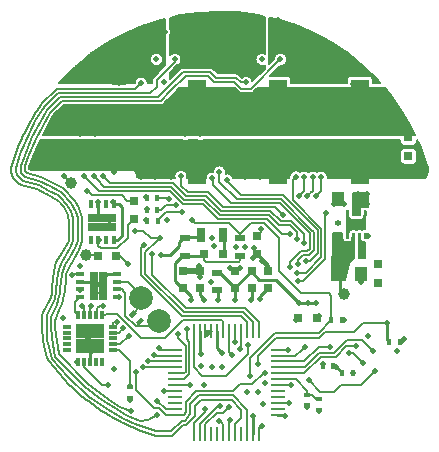
<source format=gtl>
G04 #@! TF.GenerationSoftware,KiCad,Pcbnew,(5.1.5)-3*
G04 #@! TF.CreationDate,2020-04-05T02:52:48-02:30*
G04 #@! TF.ProjectId,Thruster_Controller,54687275-7374-4657-925f-436f6e74726f,rev?*
G04 #@! TF.SameCoordinates,Original*
G04 #@! TF.FileFunction,Copper,L1,Top*
G04 #@! TF.FilePolarity,Positive*
%FSLAX46Y46*%
G04 Gerber Fmt 4.6, Leading zero omitted, Abs format (unit mm)*
G04 Created by KiCad (PCBNEW (5.1.5)-3) date 2020-04-05 02:52:48*
%MOMM*%
%LPD*%
G04 APERTURE LIST*
%ADD10C,4.000000*%
%ADD11R,1.300000X0.250000*%
%ADD12R,0.250000X1.300000*%
%ADD13R,0.750000X0.800000*%
%ADD14R,0.800000X0.800000*%
%ADD15R,0.900000X0.500000*%
%ADD16R,1.250000X1.250000*%
%ADD17R,0.300000X0.730000*%
%ADD18R,0.730000X0.300000*%
%ADD19R,1.200000X0.775000*%
%ADD20R,0.350000X0.650000*%
%ADD21R,0.650000X0.350000*%
%ADD22R,0.775000X1.200000*%
%ADD23R,1.000000X1.250000*%
%ADD24R,0.700000X1.300000*%
%ADD25R,0.600000X0.400000*%
%ADD26C,0.100000*%
%ADD27R,0.400000X0.600000*%
%ADD28R,2.500000X1.850000*%
%ADD29R,0.800000X0.750000*%
%ADD30C,2.000000*%
%ADD31C,1.000000*%
%ADD32R,1.600000X3.500000*%
%ADD33R,1.600000X1.000000*%
%ADD34C,0.500000*%
%ADD35C,0.250000*%
%ADD36C,0.127000*%
%ADD37C,0.500000*%
%ADD38C,0.200000*%
G04 APERTURE END LIST*
D10*
X107250000Y-85050000D03*
X98750000Y-83400000D03*
X90950000Y-85350000D03*
D11*
X95650000Y-115225000D03*
X95650000Y-114725000D03*
X95650000Y-114225000D03*
X95650000Y-113725000D03*
X95650000Y-113225000D03*
X95650000Y-112725000D03*
X95650000Y-112225000D03*
X95650000Y-111725000D03*
X95650000Y-111225000D03*
X95650000Y-110725000D03*
X95650000Y-110225000D03*
X95650000Y-109725000D03*
D12*
X97250000Y-108125000D03*
X97750000Y-108125000D03*
X98250000Y-108125000D03*
X98750000Y-108125000D03*
X99250000Y-108125000D03*
X99750000Y-108125000D03*
X100250000Y-108125000D03*
X100750000Y-108125000D03*
X101250000Y-108125000D03*
X101750000Y-108125000D03*
X102250000Y-108125000D03*
X102750000Y-108125000D03*
D11*
X104350000Y-109725000D03*
X104350000Y-110225000D03*
X104350000Y-110725000D03*
X104350000Y-111225000D03*
X104350000Y-111725000D03*
X104350000Y-112225000D03*
X104350000Y-112725000D03*
X104350000Y-113225000D03*
X104350000Y-113725000D03*
X104350000Y-114225000D03*
X104350000Y-114725000D03*
X104350000Y-115225000D03*
D12*
X102750000Y-116825000D03*
X102250000Y-116825000D03*
X101750000Y-116825000D03*
X101250000Y-116825000D03*
X100750000Y-116825000D03*
X100250000Y-116825000D03*
X99750000Y-116825000D03*
X99250000Y-116825000D03*
X98750000Y-116825000D03*
X98250000Y-116825000D03*
X97750000Y-116825000D03*
X97250000Y-116825000D03*
D13*
X100760000Y-104540000D03*
X100760000Y-103040000D03*
X102600000Y-101625000D03*
X102600000Y-100125000D03*
X97770000Y-103030000D03*
X97770000Y-104530000D03*
X102150000Y-104525000D03*
X102150000Y-103025000D03*
X103550000Y-104525000D03*
X103550000Y-103025000D03*
X96375000Y-104525000D03*
X96375000Y-103025000D03*
D14*
X99735000Y-101615000D03*
X98135000Y-101615000D03*
X112900000Y-104050000D03*
X112900000Y-102450000D03*
D15*
X101175000Y-101775000D03*
X101175000Y-100275000D03*
X99250000Y-104690000D03*
X99250000Y-103190000D03*
X96490000Y-101765000D03*
X96490000Y-100265000D03*
D16*
X87850000Y-108150000D03*
X87850000Y-109400000D03*
X89100000Y-108150000D03*
X89100000Y-109400000D03*
D17*
X87475000Y-106810000D03*
X87975000Y-106810000D03*
X88475000Y-106810000D03*
X88975000Y-106810000D03*
X89475000Y-106810000D03*
D18*
X90440000Y-107775000D03*
X90440000Y-108275000D03*
X90440000Y-108775000D03*
X90440000Y-109275000D03*
X90440000Y-109775000D03*
D17*
X89475000Y-110740000D03*
X88975000Y-110740000D03*
X88475000Y-110740000D03*
X87975000Y-110740000D03*
X87475000Y-110740000D03*
D18*
X86510000Y-109775000D03*
X86510000Y-109275000D03*
X86510000Y-108775000D03*
X86510000Y-108275000D03*
X86510000Y-107775000D03*
D19*
X90100000Y-98537500D03*
X88900000Y-98537500D03*
X90100000Y-99312500D03*
X88900000Y-99312500D03*
D20*
X90475000Y-100475000D03*
X89825000Y-100475000D03*
X89175000Y-100475000D03*
X88525000Y-100475000D03*
X88525000Y-97375000D03*
X89175000Y-97375000D03*
X89825000Y-97375000D03*
X90475000Y-97375000D03*
D21*
X87625000Y-103325000D03*
X87625000Y-103975000D03*
X87625000Y-104625000D03*
X87625000Y-105275000D03*
X90725000Y-105275000D03*
X90725000Y-104625000D03*
X90725000Y-103975000D03*
X90725000Y-103325000D03*
D22*
X89562500Y-104900000D03*
X89562500Y-103700000D03*
X88787500Y-104900000D03*
X88787500Y-103700000D03*
D14*
X115430000Y-93350000D03*
X115430000Y-91750000D03*
D23*
X109500000Y-96975000D03*
X111500000Y-96975000D03*
D24*
X109600000Y-101375000D03*
X111500000Y-101375000D03*
D25*
X109450000Y-99025000D03*
X109450000Y-99925000D03*
G04 #@! TA.AperFunction,SMDPad,CuDef*
D26*
G36*
X111738821Y-98685434D02*
G01*
X111747557Y-98686730D01*
X111756125Y-98688876D01*
X111764441Y-98691852D01*
X111772425Y-98695628D01*
X111780000Y-98700169D01*
X111787094Y-98705430D01*
X111793639Y-98711361D01*
X111799570Y-98717906D01*
X111804831Y-98725000D01*
X111809372Y-98732575D01*
X111813148Y-98740559D01*
X111816124Y-98748875D01*
X111818270Y-98757443D01*
X111819566Y-98766179D01*
X111819999Y-98775001D01*
X111819999Y-99495001D01*
X111819566Y-99503823D01*
X111818270Y-99512559D01*
X111816124Y-99521127D01*
X111813148Y-99529443D01*
X111809372Y-99537427D01*
X111804831Y-99545002D01*
X111799570Y-99552096D01*
X111793639Y-99558641D01*
X111787094Y-99564572D01*
X111780000Y-99569833D01*
X111772425Y-99574374D01*
X111764441Y-99578150D01*
X111756125Y-99581126D01*
X111747557Y-99583272D01*
X111738821Y-99584568D01*
X111729999Y-99585001D01*
X110309999Y-99585001D01*
X110301177Y-99584568D01*
X110292441Y-99583272D01*
X110283873Y-99581126D01*
X110275557Y-99578150D01*
X110267573Y-99574374D01*
X110259998Y-99569833D01*
X110252904Y-99564572D01*
X110246359Y-99558641D01*
X110240428Y-99552096D01*
X110235167Y-99545002D01*
X110230626Y-99537427D01*
X110226850Y-99529443D01*
X110223874Y-99521127D01*
X110221728Y-99512559D01*
X110220432Y-99503823D01*
X110219999Y-99495001D01*
X110219999Y-98775001D01*
X110220432Y-98766179D01*
X110221728Y-98757443D01*
X110223874Y-98748875D01*
X110226850Y-98740559D01*
X110230626Y-98732575D01*
X110235167Y-98725000D01*
X110240428Y-98717906D01*
X110246359Y-98711361D01*
X110252904Y-98705430D01*
X110259998Y-98700169D01*
X110267573Y-98695628D01*
X110275557Y-98691852D01*
X110283873Y-98688876D01*
X110292441Y-98686730D01*
X110301177Y-98685434D01*
X110309999Y-98685001D01*
X111729999Y-98685001D01*
X111738821Y-98685434D01*
G37*
G04 #@! TD.AperFunction*
G04 #@! TA.AperFunction,SMDPad,CuDef*
G36*
X111872449Y-97935121D02*
G01*
X111874876Y-97935481D01*
X111877256Y-97936077D01*
X111879566Y-97936904D01*
X111881784Y-97937953D01*
X111883888Y-97939214D01*
X111885859Y-97940676D01*
X111887677Y-97942323D01*
X111889324Y-97944141D01*
X111890786Y-97946112D01*
X111892047Y-97948216D01*
X111893096Y-97950434D01*
X111893923Y-97952744D01*
X111894519Y-97955124D01*
X111894879Y-97957551D01*
X111894999Y-97960001D01*
X111894999Y-98410001D01*
X111894879Y-98412451D01*
X111894519Y-98414878D01*
X111893923Y-98417258D01*
X111893096Y-98419568D01*
X111892047Y-98421786D01*
X111890786Y-98423890D01*
X111889324Y-98425861D01*
X111887677Y-98427679D01*
X111885859Y-98429326D01*
X111883888Y-98430788D01*
X111881784Y-98432049D01*
X111879566Y-98433098D01*
X111877256Y-98433925D01*
X111874876Y-98434521D01*
X111872449Y-98434881D01*
X111869999Y-98435001D01*
X111669999Y-98435001D01*
X111667549Y-98434881D01*
X111665122Y-98434521D01*
X111662742Y-98433925D01*
X111660432Y-98433098D01*
X111658214Y-98432049D01*
X111656110Y-98430788D01*
X111654139Y-98429326D01*
X111652321Y-98427679D01*
X111650674Y-98425861D01*
X111649212Y-98423890D01*
X111647951Y-98421786D01*
X111646902Y-98419568D01*
X111646075Y-98417258D01*
X111645479Y-98414878D01*
X111645119Y-98412451D01*
X111644999Y-98410001D01*
X111644999Y-97960001D01*
X111645119Y-97957551D01*
X111645479Y-97955124D01*
X111646075Y-97952744D01*
X111646902Y-97950434D01*
X111647951Y-97948216D01*
X111649212Y-97946112D01*
X111650674Y-97944141D01*
X111652321Y-97942323D01*
X111654139Y-97940676D01*
X111656110Y-97939214D01*
X111658214Y-97937953D01*
X111660432Y-97936904D01*
X111662742Y-97936077D01*
X111665122Y-97935481D01*
X111667549Y-97935121D01*
X111669999Y-97935001D01*
X111869999Y-97935001D01*
X111872449Y-97935121D01*
G37*
G04 #@! TD.AperFunction*
G04 #@! TA.AperFunction,SMDPad,CuDef*
G36*
X111372449Y-97935121D02*
G01*
X111374876Y-97935481D01*
X111377256Y-97936077D01*
X111379566Y-97936904D01*
X111381784Y-97937953D01*
X111383888Y-97939214D01*
X111385859Y-97940676D01*
X111387677Y-97942323D01*
X111389324Y-97944141D01*
X111390786Y-97946112D01*
X111392047Y-97948216D01*
X111393096Y-97950434D01*
X111393923Y-97952744D01*
X111394519Y-97955124D01*
X111394879Y-97957551D01*
X111394999Y-97960001D01*
X111394999Y-98410001D01*
X111394879Y-98412451D01*
X111394519Y-98414878D01*
X111393923Y-98417258D01*
X111393096Y-98419568D01*
X111392047Y-98421786D01*
X111390786Y-98423890D01*
X111389324Y-98425861D01*
X111387677Y-98427679D01*
X111385859Y-98429326D01*
X111383888Y-98430788D01*
X111381784Y-98432049D01*
X111379566Y-98433098D01*
X111377256Y-98433925D01*
X111374876Y-98434521D01*
X111372449Y-98434881D01*
X111369999Y-98435001D01*
X111169999Y-98435001D01*
X111167549Y-98434881D01*
X111165122Y-98434521D01*
X111162742Y-98433925D01*
X111160432Y-98433098D01*
X111158214Y-98432049D01*
X111156110Y-98430788D01*
X111154139Y-98429326D01*
X111152321Y-98427679D01*
X111150674Y-98425861D01*
X111149212Y-98423890D01*
X111147951Y-98421786D01*
X111146902Y-98419568D01*
X111146075Y-98417258D01*
X111145479Y-98414878D01*
X111145119Y-98412451D01*
X111144999Y-98410001D01*
X111144999Y-97960001D01*
X111145119Y-97957551D01*
X111145479Y-97955124D01*
X111146075Y-97952744D01*
X111146902Y-97950434D01*
X111147951Y-97948216D01*
X111149212Y-97946112D01*
X111150674Y-97944141D01*
X111152321Y-97942323D01*
X111154139Y-97940676D01*
X111156110Y-97939214D01*
X111158214Y-97937953D01*
X111160432Y-97936904D01*
X111162742Y-97936077D01*
X111165122Y-97935481D01*
X111167549Y-97935121D01*
X111169999Y-97935001D01*
X111369999Y-97935001D01*
X111372449Y-97935121D01*
G37*
G04 #@! TD.AperFunction*
G04 #@! TA.AperFunction,SMDPad,CuDef*
G36*
X110872449Y-97935121D02*
G01*
X110874876Y-97935481D01*
X110877256Y-97936077D01*
X110879566Y-97936904D01*
X110881784Y-97937953D01*
X110883888Y-97939214D01*
X110885859Y-97940676D01*
X110887677Y-97942323D01*
X110889324Y-97944141D01*
X110890786Y-97946112D01*
X110892047Y-97948216D01*
X110893096Y-97950434D01*
X110893923Y-97952744D01*
X110894519Y-97955124D01*
X110894879Y-97957551D01*
X110894999Y-97960001D01*
X110894999Y-98410001D01*
X110894879Y-98412451D01*
X110894519Y-98414878D01*
X110893923Y-98417258D01*
X110893096Y-98419568D01*
X110892047Y-98421786D01*
X110890786Y-98423890D01*
X110889324Y-98425861D01*
X110887677Y-98427679D01*
X110885859Y-98429326D01*
X110883888Y-98430788D01*
X110881784Y-98432049D01*
X110879566Y-98433098D01*
X110877256Y-98433925D01*
X110874876Y-98434521D01*
X110872449Y-98434881D01*
X110869999Y-98435001D01*
X110669999Y-98435001D01*
X110667549Y-98434881D01*
X110665122Y-98434521D01*
X110662742Y-98433925D01*
X110660432Y-98433098D01*
X110658214Y-98432049D01*
X110656110Y-98430788D01*
X110654139Y-98429326D01*
X110652321Y-98427679D01*
X110650674Y-98425861D01*
X110649212Y-98423890D01*
X110647951Y-98421786D01*
X110646902Y-98419568D01*
X110646075Y-98417258D01*
X110645479Y-98414878D01*
X110645119Y-98412451D01*
X110644999Y-98410001D01*
X110644999Y-97960001D01*
X110645119Y-97957551D01*
X110645479Y-97955124D01*
X110646075Y-97952744D01*
X110646902Y-97950434D01*
X110647951Y-97948216D01*
X110649212Y-97946112D01*
X110650674Y-97944141D01*
X110652321Y-97942323D01*
X110654139Y-97940676D01*
X110656110Y-97939214D01*
X110658214Y-97937953D01*
X110660432Y-97936904D01*
X110662742Y-97936077D01*
X110665122Y-97935481D01*
X110667549Y-97935121D01*
X110669999Y-97935001D01*
X110869999Y-97935001D01*
X110872449Y-97935121D01*
G37*
G04 #@! TD.AperFunction*
G04 #@! TA.AperFunction,SMDPad,CuDef*
G36*
X110372449Y-97935121D02*
G01*
X110374876Y-97935481D01*
X110377256Y-97936077D01*
X110379566Y-97936904D01*
X110381784Y-97937953D01*
X110383888Y-97939214D01*
X110385859Y-97940676D01*
X110387677Y-97942323D01*
X110389324Y-97944141D01*
X110390786Y-97946112D01*
X110392047Y-97948216D01*
X110393096Y-97950434D01*
X110393923Y-97952744D01*
X110394519Y-97955124D01*
X110394879Y-97957551D01*
X110394999Y-97960001D01*
X110394999Y-98410001D01*
X110394879Y-98412451D01*
X110394519Y-98414878D01*
X110393923Y-98417258D01*
X110393096Y-98419568D01*
X110392047Y-98421786D01*
X110390786Y-98423890D01*
X110389324Y-98425861D01*
X110387677Y-98427679D01*
X110385859Y-98429326D01*
X110383888Y-98430788D01*
X110381784Y-98432049D01*
X110379566Y-98433098D01*
X110377256Y-98433925D01*
X110374876Y-98434521D01*
X110372449Y-98434881D01*
X110369999Y-98435001D01*
X110169999Y-98435001D01*
X110167549Y-98434881D01*
X110165122Y-98434521D01*
X110162742Y-98433925D01*
X110160432Y-98433098D01*
X110158214Y-98432049D01*
X110156110Y-98430788D01*
X110154139Y-98429326D01*
X110152321Y-98427679D01*
X110150674Y-98425861D01*
X110149212Y-98423890D01*
X110147951Y-98421786D01*
X110146902Y-98419568D01*
X110146075Y-98417258D01*
X110145479Y-98414878D01*
X110145119Y-98412451D01*
X110144999Y-98410001D01*
X110144999Y-97960001D01*
X110145119Y-97957551D01*
X110145479Y-97955124D01*
X110146075Y-97952744D01*
X110146902Y-97950434D01*
X110147951Y-97948216D01*
X110149212Y-97946112D01*
X110150674Y-97944141D01*
X110152321Y-97942323D01*
X110154139Y-97940676D01*
X110156110Y-97939214D01*
X110158214Y-97937953D01*
X110160432Y-97936904D01*
X110162742Y-97936077D01*
X110165122Y-97935481D01*
X110167549Y-97935121D01*
X110169999Y-97935001D01*
X110369999Y-97935001D01*
X110372449Y-97935121D01*
G37*
G04 #@! TD.AperFunction*
G04 #@! TA.AperFunction,SMDPad,CuDef*
G36*
X110372449Y-99835121D02*
G01*
X110374876Y-99835481D01*
X110377256Y-99836077D01*
X110379566Y-99836904D01*
X110381784Y-99837953D01*
X110383888Y-99839214D01*
X110385859Y-99840676D01*
X110387677Y-99842323D01*
X110389324Y-99844141D01*
X110390786Y-99846112D01*
X110392047Y-99848216D01*
X110393096Y-99850434D01*
X110393923Y-99852744D01*
X110394519Y-99855124D01*
X110394879Y-99857551D01*
X110394999Y-99860001D01*
X110394999Y-100310001D01*
X110394879Y-100312451D01*
X110394519Y-100314878D01*
X110393923Y-100317258D01*
X110393096Y-100319568D01*
X110392047Y-100321786D01*
X110390786Y-100323890D01*
X110389324Y-100325861D01*
X110387677Y-100327679D01*
X110385859Y-100329326D01*
X110383888Y-100330788D01*
X110381784Y-100332049D01*
X110379566Y-100333098D01*
X110377256Y-100333925D01*
X110374876Y-100334521D01*
X110372449Y-100334881D01*
X110369999Y-100335001D01*
X110169999Y-100335001D01*
X110167549Y-100334881D01*
X110165122Y-100334521D01*
X110162742Y-100333925D01*
X110160432Y-100333098D01*
X110158214Y-100332049D01*
X110156110Y-100330788D01*
X110154139Y-100329326D01*
X110152321Y-100327679D01*
X110150674Y-100325861D01*
X110149212Y-100323890D01*
X110147951Y-100321786D01*
X110146902Y-100319568D01*
X110146075Y-100317258D01*
X110145479Y-100314878D01*
X110145119Y-100312451D01*
X110144999Y-100310001D01*
X110144999Y-99860001D01*
X110145119Y-99857551D01*
X110145479Y-99855124D01*
X110146075Y-99852744D01*
X110146902Y-99850434D01*
X110147951Y-99848216D01*
X110149212Y-99846112D01*
X110150674Y-99844141D01*
X110152321Y-99842323D01*
X110154139Y-99840676D01*
X110156110Y-99839214D01*
X110158214Y-99837953D01*
X110160432Y-99836904D01*
X110162742Y-99836077D01*
X110165122Y-99835481D01*
X110167549Y-99835121D01*
X110169999Y-99835001D01*
X110369999Y-99835001D01*
X110372449Y-99835121D01*
G37*
G04 #@! TD.AperFunction*
G04 #@! TA.AperFunction,SMDPad,CuDef*
G36*
X110872449Y-99835121D02*
G01*
X110874876Y-99835481D01*
X110877256Y-99836077D01*
X110879566Y-99836904D01*
X110881784Y-99837953D01*
X110883888Y-99839214D01*
X110885859Y-99840676D01*
X110887677Y-99842323D01*
X110889324Y-99844141D01*
X110890786Y-99846112D01*
X110892047Y-99848216D01*
X110893096Y-99850434D01*
X110893923Y-99852744D01*
X110894519Y-99855124D01*
X110894879Y-99857551D01*
X110894999Y-99860001D01*
X110894999Y-100310001D01*
X110894879Y-100312451D01*
X110894519Y-100314878D01*
X110893923Y-100317258D01*
X110893096Y-100319568D01*
X110892047Y-100321786D01*
X110890786Y-100323890D01*
X110889324Y-100325861D01*
X110887677Y-100327679D01*
X110885859Y-100329326D01*
X110883888Y-100330788D01*
X110881784Y-100332049D01*
X110879566Y-100333098D01*
X110877256Y-100333925D01*
X110874876Y-100334521D01*
X110872449Y-100334881D01*
X110869999Y-100335001D01*
X110669999Y-100335001D01*
X110667549Y-100334881D01*
X110665122Y-100334521D01*
X110662742Y-100333925D01*
X110660432Y-100333098D01*
X110658214Y-100332049D01*
X110656110Y-100330788D01*
X110654139Y-100329326D01*
X110652321Y-100327679D01*
X110650674Y-100325861D01*
X110649212Y-100323890D01*
X110647951Y-100321786D01*
X110646902Y-100319568D01*
X110646075Y-100317258D01*
X110645479Y-100314878D01*
X110645119Y-100312451D01*
X110644999Y-100310001D01*
X110644999Y-99860001D01*
X110645119Y-99857551D01*
X110645479Y-99855124D01*
X110646075Y-99852744D01*
X110646902Y-99850434D01*
X110647951Y-99848216D01*
X110649212Y-99846112D01*
X110650674Y-99844141D01*
X110652321Y-99842323D01*
X110654139Y-99840676D01*
X110656110Y-99839214D01*
X110658214Y-99837953D01*
X110660432Y-99836904D01*
X110662742Y-99836077D01*
X110665122Y-99835481D01*
X110667549Y-99835121D01*
X110669999Y-99835001D01*
X110869999Y-99835001D01*
X110872449Y-99835121D01*
G37*
G04 #@! TD.AperFunction*
G04 #@! TA.AperFunction,SMDPad,CuDef*
G36*
X111372449Y-99835121D02*
G01*
X111374876Y-99835481D01*
X111377256Y-99836077D01*
X111379566Y-99836904D01*
X111381784Y-99837953D01*
X111383888Y-99839214D01*
X111385859Y-99840676D01*
X111387677Y-99842323D01*
X111389324Y-99844141D01*
X111390786Y-99846112D01*
X111392047Y-99848216D01*
X111393096Y-99850434D01*
X111393923Y-99852744D01*
X111394519Y-99855124D01*
X111394879Y-99857551D01*
X111394999Y-99860001D01*
X111394999Y-100310001D01*
X111394879Y-100312451D01*
X111394519Y-100314878D01*
X111393923Y-100317258D01*
X111393096Y-100319568D01*
X111392047Y-100321786D01*
X111390786Y-100323890D01*
X111389324Y-100325861D01*
X111387677Y-100327679D01*
X111385859Y-100329326D01*
X111383888Y-100330788D01*
X111381784Y-100332049D01*
X111379566Y-100333098D01*
X111377256Y-100333925D01*
X111374876Y-100334521D01*
X111372449Y-100334881D01*
X111369999Y-100335001D01*
X111169999Y-100335001D01*
X111167549Y-100334881D01*
X111165122Y-100334521D01*
X111162742Y-100333925D01*
X111160432Y-100333098D01*
X111158214Y-100332049D01*
X111156110Y-100330788D01*
X111154139Y-100329326D01*
X111152321Y-100327679D01*
X111150674Y-100325861D01*
X111149212Y-100323890D01*
X111147951Y-100321786D01*
X111146902Y-100319568D01*
X111146075Y-100317258D01*
X111145479Y-100314878D01*
X111145119Y-100312451D01*
X111144999Y-100310001D01*
X111144999Y-99860001D01*
X111145119Y-99857551D01*
X111145479Y-99855124D01*
X111146075Y-99852744D01*
X111146902Y-99850434D01*
X111147951Y-99848216D01*
X111149212Y-99846112D01*
X111150674Y-99844141D01*
X111152321Y-99842323D01*
X111154139Y-99840676D01*
X111156110Y-99839214D01*
X111158214Y-99837953D01*
X111160432Y-99836904D01*
X111162742Y-99836077D01*
X111165122Y-99835481D01*
X111167549Y-99835121D01*
X111169999Y-99835001D01*
X111369999Y-99835001D01*
X111372449Y-99835121D01*
G37*
G04 #@! TD.AperFunction*
G04 #@! TA.AperFunction,SMDPad,CuDef*
G36*
X111872449Y-99835121D02*
G01*
X111874876Y-99835481D01*
X111877256Y-99836077D01*
X111879566Y-99836904D01*
X111881784Y-99837953D01*
X111883888Y-99839214D01*
X111885859Y-99840676D01*
X111887677Y-99842323D01*
X111889324Y-99844141D01*
X111890786Y-99846112D01*
X111892047Y-99848216D01*
X111893096Y-99850434D01*
X111893923Y-99852744D01*
X111894519Y-99855124D01*
X111894879Y-99857551D01*
X111894999Y-99860001D01*
X111894999Y-100310001D01*
X111894879Y-100312451D01*
X111894519Y-100314878D01*
X111893923Y-100317258D01*
X111893096Y-100319568D01*
X111892047Y-100321786D01*
X111890786Y-100323890D01*
X111889324Y-100325861D01*
X111887677Y-100327679D01*
X111885859Y-100329326D01*
X111883888Y-100330788D01*
X111881784Y-100332049D01*
X111879566Y-100333098D01*
X111877256Y-100333925D01*
X111874876Y-100334521D01*
X111872449Y-100334881D01*
X111869999Y-100335001D01*
X111669999Y-100335001D01*
X111667549Y-100334881D01*
X111665122Y-100334521D01*
X111662742Y-100333925D01*
X111660432Y-100333098D01*
X111658214Y-100332049D01*
X111656110Y-100330788D01*
X111654139Y-100329326D01*
X111652321Y-100327679D01*
X111650674Y-100325861D01*
X111649212Y-100323890D01*
X111647951Y-100321786D01*
X111646902Y-100319568D01*
X111646075Y-100317258D01*
X111645479Y-100314878D01*
X111645119Y-100312451D01*
X111644999Y-100310001D01*
X111644999Y-99860001D01*
X111645119Y-99857551D01*
X111645479Y-99855124D01*
X111646075Y-99852744D01*
X111646902Y-99850434D01*
X111647951Y-99848216D01*
X111649212Y-99846112D01*
X111650674Y-99844141D01*
X111652321Y-99842323D01*
X111654139Y-99840676D01*
X111656110Y-99839214D01*
X111658214Y-99837953D01*
X111660432Y-99836904D01*
X111662742Y-99836077D01*
X111665122Y-99835481D01*
X111667549Y-99835121D01*
X111669999Y-99835001D01*
X111869999Y-99835001D01*
X111872449Y-99835121D01*
G37*
G04 #@! TD.AperFunction*
D27*
X93300000Y-98850000D03*
X94200000Y-98850000D03*
X93275000Y-97875000D03*
X94175000Y-97875000D03*
X94175000Y-96900000D03*
X93275000Y-96900000D03*
D28*
X86650000Y-90650000D03*
X86650000Y-93200000D03*
D27*
X108175000Y-111125000D03*
X109075000Y-111125000D03*
D25*
X107850000Y-113900000D03*
X107850000Y-114800000D03*
D27*
X114725000Y-109050000D03*
X113825000Y-109050000D03*
X109850000Y-111700000D03*
X110750000Y-111700000D03*
D25*
X106875000Y-114450000D03*
X106875000Y-113550000D03*
D27*
X109800000Y-107250000D03*
X108900000Y-107250000D03*
D29*
X89150000Y-101775000D03*
X90650000Y-101775000D03*
D25*
X91825000Y-112925000D03*
X91825000Y-113825000D03*
G04 #@! TA.AperFunction,SMDPad,CuDef*
D26*
G36*
X92435355Y-106611091D02*
G01*
X92011091Y-107035355D01*
X91728249Y-106752513D01*
X92152513Y-106328249D01*
X92435355Y-106611091D01*
G37*
G04 #@! TD.AperFunction*
G04 #@! TA.AperFunction,SMDPad,CuDef*
G36*
X93071751Y-107247487D02*
G01*
X92647487Y-107671751D01*
X92364645Y-107388909D01*
X92788909Y-106964645D01*
X93071751Y-107247487D01*
G37*
G04 #@! TD.AperFunction*
D30*
X94300000Y-107300000D03*
X92825000Y-105350000D03*
D14*
X92175000Y-98700000D03*
X92175000Y-97100000D03*
X106125000Y-107075000D03*
X107725000Y-107075000D03*
D31*
X109960000Y-105040000D03*
X88150000Y-101750000D03*
X86900000Y-95575000D03*
D23*
X111400000Y-103330000D03*
X109400000Y-103330000D03*
D24*
X99770000Y-99980000D03*
X97870000Y-99980000D03*
D32*
X97550000Y-93985000D03*
X97550000Y-88585000D03*
D33*
X90850000Y-90250000D03*
X90850000Y-93250000D03*
D32*
X104425000Y-88575000D03*
X104425000Y-93975000D03*
D33*
X93025000Y-93250000D03*
X93025000Y-90250000D03*
D32*
X111300000Y-93975000D03*
X111300000Y-88575000D03*
D33*
X88675000Y-90250000D03*
X88675000Y-93250000D03*
D34*
X98075000Y-94425000D03*
X97350000Y-93700000D03*
X97850000Y-92750000D03*
X96975000Y-92700000D03*
X112720000Y-89670000D03*
X111200000Y-97375000D03*
X111925000Y-97375000D03*
X111900000Y-96525000D03*
X111175000Y-96525000D03*
X109300000Y-90300000D03*
X108500000Y-90300000D03*
X107600000Y-90300000D03*
X106700000Y-90300000D03*
X105500000Y-90300000D03*
X106700000Y-91400000D03*
X105500000Y-91400000D03*
X90700000Y-90300000D03*
X100600000Y-90300000D03*
X99800000Y-90300000D03*
X98900000Y-90300000D03*
X97900000Y-90300000D03*
X97800000Y-91500000D03*
X96500000Y-90300000D03*
X96500000Y-91500000D03*
X91600000Y-90275000D03*
X89900000Y-90275000D03*
X88900000Y-90275000D03*
X88900000Y-91450000D03*
X87625000Y-91450000D03*
X87625000Y-90275000D03*
X94700000Y-87100000D03*
X88275000Y-90875000D03*
X84950000Y-91300000D03*
X85725000Y-91300000D03*
X86475000Y-91300000D03*
X86275000Y-90600000D03*
X85425000Y-90600000D03*
X86475000Y-89875000D03*
X86275000Y-89200000D03*
X85775000Y-89875000D03*
X97200000Y-90800000D03*
X106100000Y-90800000D03*
X110810000Y-89660000D03*
X115225000Y-91125000D03*
X114775000Y-90525000D03*
X114600000Y-89750000D03*
X110800000Y-90825000D03*
X112700000Y-90900000D03*
X100750000Y-105535034D03*
X106200000Y-105800000D03*
X107625000Y-105800000D03*
X106900000Y-105800004D03*
X90450002Y-97225000D03*
X86250000Y-95025000D03*
X98790000Y-100230000D03*
X109950000Y-97425000D03*
X109175000Y-97425000D03*
X88300000Y-108750000D03*
X88750000Y-107925000D03*
X87625000Y-107900000D03*
X87725000Y-109525000D03*
X90475000Y-111350000D03*
X88975000Y-109550000D03*
X88825000Y-103600000D03*
X90150000Y-99300000D03*
X88900000Y-99325000D03*
X106875000Y-114575000D03*
X98800000Y-111150000D03*
X98100000Y-112700000D03*
X99675000Y-111150000D03*
X112400000Y-94660000D03*
X111240000Y-94660000D03*
X103540000Y-94710000D03*
X102220000Y-94720000D03*
X93380000Y-94710000D03*
X94690000Y-94690000D03*
X98960000Y-100930000D03*
X102250000Y-101950000D03*
X101150000Y-102850000D03*
X97800000Y-103600000D03*
X101625000Y-101000000D03*
X100875000Y-101000000D03*
X102375000Y-101150000D03*
X100350000Y-102825000D03*
X111175000Y-103100000D03*
X111575000Y-99125000D03*
X110425000Y-99125000D03*
X97700000Y-102600000D03*
X92800000Y-95100000D03*
X95300000Y-95100000D03*
X101600000Y-95100000D03*
X102900000Y-95100000D03*
X104100000Y-95100000D03*
X112900000Y-95000000D03*
X111800000Y-95000000D03*
X110700000Y-95000000D03*
X112900000Y-94300000D03*
X110700000Y-94300000D03*
X104100000Y-94300000D03*
X101600000Y-94300000D03*
X102900000Y-94300000D03*
X95300000Y-94300000D03*
X94000000Y-94300000D03*
X92800000Y-94300000D03*
X87000000Y-94200000D03*
X86200000Y-94200000D03*
X85500000Y-94200000D03*
X84800000Y-94200000D03*
X87400000Y-93600000D03*
X87200000Y-92900000D03*
X84375000Y-92200000D03*
X85100000Y-92200000D03*
X85875000Y-92200000D03*
X86625000Y-92200000D03*
X84725000Y-92850000D03*
X85500000Y-92850000D03*
X86275000Y-92850000D03*
X84375000Y-93450000D03*
X85100000Y-93450000D03*
X85875000Y-93425000D03*
X86625000Y-93500000D03*
X94100000Y-85150000D03*
X84000000Y-94200000D03*
X111800000Y-94300000D03*
X94000000Y-95100000D03*
X98700000Y-104000000D03*
X111400000Y-104000000D03*
X94690000Y-93490000D03*
X92850000Y-93550000D03*
X98375000Y-108400000D03*
X94751251Y-113224999D03*
X112050000Y-108550000D03*
X103025000Y-85150000D03*
X94700000Y-92625000D03*
X92875000Y-92625000D03*
X102025000Y-92650000D03*
X103600000Y-92650000D03*
X94999996Y-98750000D03*
X102998810Y-116194771D03*
X110707291Y-111700157D03*
X115064053Y-108800201D03*
X100499971Y-110173882D03*
X103125000Y-114350000D03*
X103258597Y-112512448D03*
X102999998Y-102175000D03*
X89150002Y-97225000D03*
X89650000Y-104850000D03*
X89625000Y-103593750D03*
X88825000Y-104825000D03*
X86175004Y-107025000D03*
X87650000Y-102650000D03*
X91650000Y-102450000D03*
X102025000Y-93500000D03*
X103600000Y-93500000D03*
X110800000Y-92625000D03*
X112700000Y-92600000D03*
X112675000Y-93550000D03*
X110825000Y-93500000D03*
X90475000Y-94675000D03*
X90649988Y-101775012D03*
X102975000Y-99525000D03*
X98125000Y-105535064D03*
X101700000Y-87100000D03*
X100297896Y-115636251D03*
X94125000Y-115250000D03*
X92800000Y-87150000D03*
X91975000Y-114925000D03*
X99375000Y-115724978D03*
X105415454Y-102736490D03*
X95650000Y-85150000D03*
X88000000Y-95050000D03*
X105400366Y-99957757D03*
X102125000Y-105535044D03*
X102900000Y-105450000D03*
X87374998Y-110740000D03*
X89975000Y-112725000D03*
X91825000Y-113975000D03*
X108225000Y-110925000D03*
X107850000Y-114950000D03*
X97875000Y-111075000D03*
X102675000Y-113300000D03*
X101775000Y-113300000D03*
X109650000Y-101250000D03*
X109650000Y-100125000D03*
X109650000Y-103700000D03*
X109650000Y-102450000D03*
X112925000Y-102475000D03*
X114465526Y-109796055D03*
X97050000Y-105500002D03*
X109950000Y-107225000D03*
X88575000Y-106025000D03*
X90911490Y-105300000D03*
X107900000Y-106900000D03*
X105000000Y-115300000D03*
X93250000Y-98775000D03*
X105300012Y-114225000D03*
X93275000Y-97800000D03*
X93250000Y-96825000D03*
X105500000Y-112738510D03*
X96975000Y-112725000D03*
X102263510Y-115348240D03*
X97875000Y-110050000D03*
X99675000Y-110025000D03*
X112900000Y-104025000D03*
X105600000Y-85400000D03*
X106200000Y-85400000D03*
X106800000Y-85400000D03*
X107400000Y-85400000D03*
X108000000Y-85400000D03*
X107400000Y-86000000D03*
X106200000Y-86000000D03*
X105600000Y-86000000D03*
X106800000Y-86000000D03*
X106200000Y-84600000D03*
X108000000Y-86000000D03*
X107400000Y-84600000D03*
X108600000Y-84800000D03*
X110750000Y-87200000D03*
X104600000Y-85150000D03*
X98810000Y-95210000D03*
X110000000Y-86400000D03*
X110750000Y-85600000D03*
X109800000Y-84800000D03*
X108000000Y-83800000D03*
X106800000Y-83800000D03*
X105600000Y-83800000D03*
X104400000Y-83800000D03*
X105000000Y-82800000D03*
X106200000Y-82800000D03*
X104400000Y-81850000D03*
X105000000Y-84400000D03*
X103900000Y-82800000D03*
X103900000Y-84400000D03*
X107300000Y-83100000D03*
X98400000Y-84700000D03*
X99600000Y-84700000D03*
X97800000Y-81800000D03*
X99000000Y-81800000D03*
X97200000Y-82800000D03*
X98400000Y-82800000D03*
X99600000Y-82800000D03*
X97800000Y-83800000D03*
X99000000Y-83800000D03*
X100200000Y-83800000D03*
X102350000Y-86100000D03*
X102600000Y-83800000D03*
X102600000Y-81800000D03*
X102000000Y-82800000D03*
X101400000Y-83800000D03*
X101400000Y-81800000D03*
X96600000Y-83800000D03*
X95400000Y-83800000D03*
X100800000Y-82800000D03*
X96000000Y-82800000D03*
X100200000Y-81800000D03*
X96600000Y-81800000D03*
X95400000Y-81800000D03*
X97200000Y-84700000D03*
X99600000Y-85400000D03*
X99000000Y-85400000D03*
X98400000Y-85400000D03*
X97800000Y-85400000D03*
X97200000Y-85400000D03*
X96600000Y-85400000D03*
X96000000Y-84400000D03*
X100800000Y-84400000D03*
X102000000Y-84400000D03*
X92400000Y-84400000D03*
X89400000Y-85400000D03*
X90000000Y-85400000D03*
X90600000Y-85400000D03*
X90000000Y-86000000D03*
X88800000Y-86000000D03*
X87500000Y-86000000D03*
X88200000Y-86000000D03*
X89400000Y-86000000D03*
X90600000Y-86000000D03*
X90000000Y-84700000D03*
X91200000Y-84700000D03*
X90600000Y-83800000D03*
X91800000Y-83800000D03*
X94800000Y-82800000D03*
X93000000Y-83800000D03*
X92400000Y-82800000D03*
X93600000Y-82800000D03*
X88800000Y-84700000D03*
X88800000Y-85400000D03*
X88200000Y-85400000D03*
X93700000Y-84400000D03*
X86400000Y-86900000D03*
X93450002Y-86125000D03*
X113600000Y-107500000D03*
X99500000Y-114525000D03*
X102675000Y-110900000D03*
X111000000Y-109450000D03*
X109300000Y-111200000D03*
X108800000Y-109484490D03*
X98225000Y-114725000D03*
X111550000Y-110825000D03*
X110400000Y-109975000D03*
X106651760Y-109463510D03*
X94502162Y-101736500D03*
X106975000Y-112325000D03*
X103249998Y-111700000D03*
X92400000Y-111600000D03*
X112575000Y-111525000D03*
X112425000Y-109850000D03*
X106024590Y-103204716D03*
X100100000Y-95350000D03*
X106732468Y-102240521D03*
X99430000Y-94680000D03*
X106085302Y-102507341D03*
X115550000Y-94790000D03*
X106610000Y-95110000D03*
X106188522Y-96689703D03*
X115430000Y-93350000D03*
X105900000Y-95100000D03*
X88800000Y-95050000D03*
X105973514Y-100359649D03*
X106578446Y-100711890D03*
X89560433Y-95050007D03*
X104831511Y-98352468D03*
X96175000Y-95050000D03*
X107350000Y-95110000D03*
X106886413Y-96744150D03*
X108050000Y-95120000D03*
X107602890Y-96753886D03*
X106050155Y-103904261D03*
X108413500Y-98147357D03*
X97124994Y-98750000D03*
X100275000Y-114550000D03*
X102000000Y-111950000D03*
X99350000Y-105535030D03*
X91825000Y-112775000D03*
X94150000Y-114050000D03*
X89575000Y-105994998D03*
X87769030Y-106018670D03*
X86975000Y-103425000D03*
X100736490Y-109107975D03*
X101168480Y-109660372D03*
X94333626Y-109606005D03*
X93910316Y-110163522D03*
X93422417Y-110665489D03*
X92979859Y-111207853D03*
X93707977Y-101651878D03*
X91255002Y-107925000D03*
X93044590Y-100829069D03*
X94425000Y-100263510D03*
X90740558Y-107391757D03*
X92275000Y-99650000D03*
X105250000Y-109725000D03*
X91736500Y-108550000D03*
X96650000Y-107975000D03*
X95900607Y-108400607D03*
X101852845Y-109289552D03*
X95173342Y-96962017D03*
X96258785Y-98030194D03*
X95717166Y-97505842D03*
X89150000Y-101775000D03*
X89199998Y-100475000D03*
X87650000Y-104650000D03*
X112000000Y-100075000D03*
X109450000Y-99025000D03*
X88250000Y-96250000D03*
X105925000Y-107175000D03*
D35*
X100760000Y-104415000D02*
X102150000Y-103025000D01*
X100760000Y-104540000D02*
X100760000Y-104415000D01*
X99395000Y-103175000D02*
X100760000Y-104540000D01*
X99325000Y-103175000D02*
X99395000Y-103175000D01*
X100760000Y-105525034D02*
X100750000Y-105535034D01*
X100760000Y-104540000D02*
X100760000Y-105525034D01*
X102150000Y-103175000D02*
X102775000Y-103800000D01*
X102150000Y-103025000D02*
X102150000Y-103175000D01*
X104200000Y-103800000D02*
X106200000Y-105800000D01*
X102775000Y-103800000D02*
X104200000Y-103800000D01*
X106899996Y-105800000D02*
X106900000Y-105800004D01*
X107625000Y-105800000D02*
X106900004Y-105800000D01*
X106200000Y-105800000D02*
X106899996Y-105800000D01*
X106900004Y-105800000D02*
X106900000Y-105800004D01*
X90475000Y-97375000D02*
X90475000Y-97249998D01*
X90475000Y-97249998D02*
X90450002Y-97225000D01*
X90750000Y-100475000D02*
X90475000Y-100475000D01*
X91150000Y-97625000D02*
X91150000Y-100075000D01*
X91150000Y-100075000D02*
X90750000Y-100475000D01*
X90475000Y-97375000D02*
X90900000Y-97375000D01*
X90900000Y-97375000D02*
X91150000Y-97625000D01*
D36*
X86800000Y-95575000D02*
X86250000Y-95025000D01*
D37*
X97745000Y-103025000D02*
X97750000Y-103020000D01*
X96375000Y-103025000D02*
X97745000Y-103025000D01*
D35*
X97770000Y-102670000D02*
X97700000Y-102600000D01*
X97770000Y-103030000D02*
X97770000Y-102670000D01*
D36*
X98500000Y-108375000D02*
X98250000Y-108125000D01*
X102750000Y-116825000D02*
X102750000Y-117075002D01*
X95650000Y-113225000D02*
X94751252Y-113225000D01*
X94751252Y-113225000D02*
X94751251Y-113224999D01*
X102750000Y-116825000D02*
X102750000Y-116443581D01*
X102750000Y-116443581D02*
X102998810Y-116194771D01*
D35*
X114725201Y-109050201D02*
X114814054Y-109050200D01*
X114725000Y-109050000D02*
X114725201Y-109050201D01*
X114814054Y-109050200D02*
X115064053Y-108800201D01*
X98650000Y-108125000D02*
X98375000Y-108400000D01*
X98750000Y-108125000D02*
X98650000Y-108125000D01*
X98375000Y-108250000D02*
X98250000Y-108125000D01*
X98375000Y-108400000D02*
X98375000Y-108250000D01*
X98250000Y-108125000D02*
X98750000Y-108125000D01*
X103550000Y-102575000D02*
X102600000Y-101625000D01*
X103550000Y-103025000D02*
X103550000Y-102575000D01*
X103550000Y-103025000D02*
X103550000Y-102725002D01*
X103550000Y-102725002D02*
X102999998Y-102175000D01*
D36*
X100249972Y-109923883D02*
X100499971Y-110173882D01*
X100250000Y-108125000D02*
X100250000Y-108902000D01*
X100222988Y-108929012D02*
X100222988Y-109896899D01*
X100250000Y-108902000D02*
X100222988Y-108929012D01*
X100222988Y-109896899D02*
X100249972Y-109923883D01*
D35*
X89175000Y-98262500D02*
X88900000Y-98537500D01*
X89175000Y-97375000D02*
X89175000Y-98262500D01*
X89175000Y-97375000D02*
X89175000Y-97249998D01*
X89175000Y-97249998D02*
X89150002Y-97225000D01*
X90100000Y-99250000D02*
X90150000Y-99300000D01*
X90100000Y-98537500D02*
X90100000Y-99250000D01*
X88975000Y-103987500D02*
X89250000Y-104262500D01*
X87625000Y-103975000D02*
X88512500Y-103975000D01*
X89937500Y-103325000D02*
X89668750Y-103593750D01*
X90725000Y-103325000D02*
X89937500Y-103325000D01*
D36*
X88787500Y-104900000D02*
X88787500Y-104900000D01*
X89562500Y-104900000D02*
X89562500Y-104812500D01*
X89562500Y-104812500D02*
X89562500Y-103700000D01*
D35*
X89668750Y-103593750D02*
X89562500Y-103700000D01*
D36*
X88787500Y-104900000D02*
X89562500Y-104900000D01*
D35*
X88475000Y-110025000D02*
X89100000Y-109400000D01*
X88475000Y-110740000D02*
X88475000Y-110025000D01*
D36*
X90950000Y-101750000D02*
X90675000Y-101750000D01*
X90675000Y-101750000D02*
X90650000Y-101775000D01*
X91650000Y-102450000D02*
X90950000Y-101750000D01*
X100960000Y-103040000D02*
X101150000Y-102850000D01*
X100760000Y-103040000D02*
X100960000Y-103040000D01*
X102975000Y-99750000D02*
X102600000Y-100125000D01*
X102975000Y-99525000D02*
X102975000Y-99750000D01*
X97950000Y-105300000D02*
X97925001Y-105285003D01*
D35*
X98125000Y-105475000D02*
X98125000Y-105535064D01*
X97950000Y-105300000D02*
X98125000Y-105475000D01*
X97770000Y-105120000D02*
X97770000Y-104530000D01*
X97950000Y-105300000D02*
X97770000Y-105120000D01*
D36*
X100250000Y-116825000D02*
X100250000Y-116925000D01*
X100250000Y-116825000D02*
X100250000Y-115684147D01*
X100250000Y-115684147D02*
X100297896Y-115636251D01*
X100750000Y-116048000D02*
X100750000Y-116825000D01*
X101275000Y-114815016D02*
X101275000Y-115523000D01*
X95452343Y-117022657D02*
X96375000Y-116100000D01*
X93784978Y-116942003D02*
X94040342Y-117022657D01*
X93530686Y-116857596D02*
X93784978Y-116942003D01*
X93277745Y-116769525D02*
X93530686Y-116857596D01*
X93026152Y-116677793D02*
X93277745Y-116769525D01*
X92775826Y-116582369D02*
X93026152Y-116677793D01*
X92527011Y-116483347D02*
X92775826Y-116582369D01*
X92279593Y-116380680D02*
X92527011Y-116483347D01*
X92033711Y-116274426D02*
X92279593Y-116380680D01*
X91789400Y-116164600D02*
X92033711Y-116274426D01*
X91546757Y-116051247D02*
X91789400Y-116164600D01*
X91305753Y-115934353D02*
X91546757Y-116051247D01*
X91101485Y-115831575D02*
X91305753Y-115934353D01*
X91066463Y-115813953D02*
X91101485Y-115831575D01*
X90828965Y-115690087D02*
X91066463Y-115813953D01*
X90593339Y-115562797D02*
X90828965Y-115690087D01*
X90359523Y-115432049D02*
X90593339Y-115562797D01*
X90127712Y-115297954D02*
X90359523Y-115432049D01*
X89897833Y-115160467D02*
X90127712Y-115297954D01*
X89669975Y-115019643D02*
X89897833Y-115160467D01*
X89444226Y-114875536D02*
X89669975Y-115019643D01*
X89220590Y-114728149D02*
X89444226Y-114875536D01*
X88999075Y-114577486D02*
X89220590Y-114728149D01*
X88779777Y-114423611D02*
X88999075Y-114577486D01*
X88562817Y-114266611D02*
X88779777Y-114423611D01*
X88348159Y-114106460D02*
X88562817Y-114266611D01*
X88135817Y-113943169D02*
X88348159Y-114106460D01*
X87925886Y-113776811D02*
X88135817Y-113943169D01*
X87718479Y-113607475D02*
X87925886Y-113776811D01*
X87513424Y-113435021D02*
X87718479Y-113607475D01*
X87310929Y-113259621D02*
X87513424Y-113435021D01*
X87111122Y-113081389D02*
X87310929Y-113259621D01*
X86913836Y-112900177D02*
X87111122Y-113081389D01*
X86719627Y-112716504D02*
X86913836Y-112900177D01*
X84975000Y-110725000D02*
X86719627Y-112716504D01*
X84800000Y-110450000D02*
X84975000Y-110725000D01*
X84550000Y-109425000D02*
X84800000Y-110450000D01*
X84500000Y-108900000D02*
X84550000Y-109425000D01*
X84425000Y-107925000D02*
X84500000Y-108900000D01*
X84450000Y-106850000D02*
X84425000Y-107925000D01*
X84525000Y-106550000D02*
X84450000Y-106850000D01*
X84675000Y-106250000D02*
X84525000Y-106550000D01*
X82048332Y-95276003D02*
X82086860Y-95329171D01*
X82012381Y-95221102D02*
X82048332Y-95276003D01*
X81979065Y-95164552D02*
X82012381Y-95221102D01*
X81920647Y-95047054D02*
X81948466Y-95106497D01*
X81815189Y-94668966D02*
X81825235Y-94733834D01*
X81808226Y-94603715D02*
X81815189Y-94668966D01*
X81804359Y-94538200D02*
X81808226Y-94603715D01*
X81803598Y-94472589D02*
X81804359Y-94538200D01*
X81805942Y-94406989D02*
X81803598Y-94472589D01*
X96640016Y-116100000D02*
X97400000Y-115340016D01*
X81873596Y-94924550D02*
X81895664Y-94986339D01*
X81819922Y-94276511D02*
X81811386Y-94341599D01*
X81948466Y-95106497D02*
X81979065Y-95164552D01*
X81864628Y-94081895D02*
X81846174Y-94147947D01*
X82127830Y-95380414D02*
X82171189Y-95429674D01*
X81943781Y-93829062D02*
X81864628Y-94081895D01*
X82027499Y-93574703D02*
X81943781Y-93829062D01*
X83445022Y-90399954D02*
X83314904Y-90634029D01*
X83715477Y-89937511D02*
X83578583Y-90167718D01*
X83855726Y-89709297D02*
X83715477Y-89937511D01*
X83999281Y-89483157D02*
X83855726Y-89709297D01*
X84146089Y-89259171D02*
X83999281Y-89483157D01*
X82086860Y-95329171D02*
X82127830Y-95380414D01*
X84925000Y-105775000D02*
X84675000Y-106250000D01*
X83578583Y-90167718D02*
X83445022Y-90399954D01*
X84347892Y-88963201D02*
X84296243Y-89037205D01*
X92800000Y-87150000D02*
X92325000Y-87625000D01*
X92325000Y-87625000D02*
X85686092Y-87625000D01*
X84296243Y-89037205D02*
X84146089Y-89259171D01*
X81854465Y-94861745D02*
X81873596Y-94924550D01*
X83314904Y-90634029D02*
X83188180Y-90870029D01*
X82606880Y-92076263D02*
X82501264Y-92322377D01*
X83188180Y-90870029D02*
X83064916Y-91107837D01*
X81846174Y-94147947D02*
X81831524Y-94211929D01*
X84805710Y-96538014D02*
X84944828Y-96608557D01*
X83064916Y-91107837D02*
X82945156Y-91347360D01*
X81838342Y-94798164D02*
X81854465Y-94861745D01*
X82945156Y-91347360D02*
X82828843Y-91588715D01*
X82828843Y-91588715D02*
X82716114Y-91831619D01*
X97400000Y-115340016D02*
X97400000Y-114475000D01*
X81825235Y-94733834D02*
X81838342Y-94798164D01*
X82716114Y-91831619D02*
X82606880Y-92076263D01*
X81831524Y-94211929D02*
X81819922Y-94276511D01*
X82532618Y-95709969D02*
X82591120Y-95739706D01*
X82300837Y-92819097D02*
X82206055Y-93069638D01*
X81895664Y-94986339D02*
X81920647Y-95047054D01*
X82206055Y-93069638D02*
X82114960Y-93321456D01*
X82114960Y-93321456D02*
X82027499Y-93574703D01*
X82171189Y-95429674D02*
X82216834Y-95476829D01*
X82216834Y-95476829D02*
X82264676Y-95521786D01*
X82264676Y-95521786D02*
X82314574Y-95564413D01*
X82399233Y-92570025D02*
X82300837Y-92819097D01*
X82314574Y-95564413D02*
X82366440Y-95604638D01*
X82366440Y-95604638D02*
X82420133Y-95642348D01*
X82420133Y-95642348D02*
X82475556Y-95677479D01*
X82475556Y-95677479D02*
X82532618Y-95709969D01*
X82591120Y-95739706D02*
X82650966Y-95766641D01*
X82650966Y-95766641D02*
X84025000Y-96150000D01*
X97400000Y-114475000D02*
X97875000Y-114000000D01*
X84025000Y-96150000D02*
X84732717Y-96507717D01*
X84732717Y-96507717D02*
X84800342Y-96539770D01*
X84800342Y-96539770D02*
X84805710Y-96538014D01*
X84944828Y-96608557D02*
X84951007Y-96606742D01*
X94040342Y-117022657D02*
X95452343Y-117022657D01*
X84951007Y-96606742D02*
X85088103Y-96681589D01*
X100459984Y-114000000D02*
X101275000Y-114815016D01*
X85088103Y-96681589D02*
X85095255Y-96679757D01*
X96375000Y-116100000D02*
X96640016Y-116100000D01*
X85095255Y-96679757D02*
X85230483Y-96759834D01*
X85230483Y-96759834D02*
X85238811Y-96758055D01*
X85238811Y-96758055D02*
X85373856Y-96845562D01*
X85373856Y-96845562D02*
X85383273Y-96843992D01*
X85383273Y-96843992D02*
X85509693Y-96934282D01*
X85509693Y-96934282D02*
X85520074Y-96933076D01*
X81811386Y-94341599D02*
X81805942Y-94406989D01*
X85520074Y-96933076D02*
X85641642Y-97029344D01*
X85641642Y-97029344D02*
X85653122Y-97028642D01*
X85653122Y-97028642D02*
X85769712Y-97131807D01*
X85769712Y-97131807D02*
X85782705Y-97131817D01*
X85782705Y-97131817D02*
X85900406Y-97249696D01*
X85900406Y-97249696D02*
X85914374Y-97250639D01*
X101275000Y-115523000D02*
X100750000Y-116048000D01*
X85914374Y-97250639D02*
X86018077Y-97369353D01*
X86018077Y-97369353D02*
X86032278Y-97371291D01*
X86032278Y-97371291D02*
X86128574Y-97498020D01*
X86128574Y-97498020D02*
X86143259Y-97501106D01*
X86143259Y-97501106D02*
X86232934Y-97638490D01*
X86232934Y-97638490D02*
X86247684Y-97642735D01*
X86247684Y-97642735D02*
X86327689Y-97787401D01*
X86327689Y-97787401D02*
X86341864Y-97792610D01*
X86341864Y-97792610D02*
X86411268Y-97942663D01*
X86411268Y-97942663D02*
X86424607Y-97948649D01*
X86424607Y-97948649D02*
X86578760Y-98353756D01*
X86578760Y-98353756D02*
X86719627Y-98975000D01*
X86719627Y-98975000D02*
X86700000Y-100525000D01*
X86700000Y-100525000D02*
X86125000Y-101550000D01*
X86125000Y-101550000D02*
X85625000Y-102325000D01*
X85625000Y-102325000D02*
X85425000Y-103100000D01*
X85686092Y-87625000D02*
X84347892Y-88963201D01*
X85425000Y-103100000D02*
X85275000Y-104450000D01*
X85275000Y-104450000D02*
X85225000Y-104975000D01*
X85225000Y-104975000D02*
X85150000Y-105275000D01*
X97875000Y-114000000D02*
X100459984Y-114000000D01*
X85150000Y-105275000D02*
X85075000Y-105550000D01*
X82501264Y-92322377D02*
X82399233Y-92570025D01*
X85075000Y-105550000D02*
X84925000Y-105775000D01*
X99750000Y-116048000D02*
X99426978Y-115724978D01*
X99750000Y-116825000D02*
X99750000Y-116048000D01*
X99426978Y-115724978D02*
X99375000Y-115724978D01*
X104300000Y-87527000D02*
X104300000Y-87100000D01*
X97125000Y-95050146D02*
X97125000Y-95375000D01*
D35*
X102150000Y-104525000D02*
X102150000Y-105510044D01*
X102150000Y-105510044D02*
X102125000Y-105535044D01*
X102900000Y-105175000D02*
X102900000Y-105450000D01*
X103550000Y-104525000D02*
X102900000Y-105175000D01*
D36*
X87975000Y-110740000D02*
X87975000Y-111232000D01*
X87975000Y-111232000D02*
X89468000Y-112725000D01*
X89468000Y-112725000D02*
X89975000Y-112725000D01*
D35*
X95674999Y-102364999D02*
X95674999Y-103949999D01*
X96685000Y-101765000D02*
X96274998Y-101765000D01*
X96274998Y-101765000D02*
X95674999Y-102364999D01*
X95674999Y-103949999D02*
X95975000Y-104250000D01*
X96100000Y-104250000D02*
X96375000Y-104525000D01*
X95975000Y-104250000D02*
X96100000Y-104250000D01*
X97985000Y-101765000D02*
X98135000Y-101615000D01*
X96685000Y-101765000D02*
X97985000Y-101765000D01*
D36*
X98271501Y-102278501D02*
X98135000Y-102142000D01*
X98135000Y-102142000D02*
X98135000Y-101615000D01*
X101048499Y-102278501D02*
X98271501Y-102278501D01*
X101175000Y-102152000D02*
X101048499Y-102278501D01*
X101175000Y-101775000D02*
X101175000Y-102152000D01*
X112900000Y-102450000D02*
X112925000Y-102475000D01*
D35*
X97050000Y-105200000D02*
X97050000Y-105500002D01*
X96375000Y-104525000D02*
X97050000Y-105200000D01*
D36*
X88475000Y-106810000D02*
X88475000Y-106253058D01*
X88475000Y-106253058D02*
X88720838Y-106007220D01*
D35*
X90725000Y-105275000D02*
X90886490Y-105275000D01*
X90886490Y-105275000D02*
X90911490Y-105300000D01*
D36*
X107725000Y-107075000D02*
X107900000Y-106900000D01*
D35*
X109960000Y-105040000D02*
X109640000Y-104720000D01*
X109640000Y-103710000D02*
X109650000Y-103700000D01*
X109640000Y-104720000D02*
X109640000Y-103710000D01*
D36*
X104350000Y-115225000D02*
X104425000Y-115300000D01*
X104425000Y-115300000D02*
X104646447Y-115300000D01*
X104646447Y-115300000D02*
X105000000Y-115300000D01*
X104350000Y-114225000D02*
X105300012Y-114225000D01*
X104350000Y-112725000D02*
X105486490Y-112725000D01*
X105486490Y-112725000D02*
X105500000Y-112738510D01*
X95650000Y-112725000D02*
X96975000Y-112725000D01*
D35*
X102250000Y-115361750D02*
X102263510Y-115348240D01*
X102250000Y-116825000D02*
X102250000Y-115361750D01*
X97750000Y-108125000D02*
X97750000Y-109925000D01*
X97750000Y-109925000D02*
X97875000Y-110050000D01*
X99250000Y-108125000D02*
X99250000Y-109600000D01*
X99250000Y-109600000D02*
X99675000Y-110025000D01*
X99840000Y-100210000D02*
X99875000Y-100175000D01*
X99735000Y-101615000D02*
X99840000Y-101510000D01*
X99840000Y-101510000D02*
X99840000Y-100210000D01*
D36*
X112900000Y-104050000D02*
X112900000Y-104025000D01*
X104425000Y-88575000D02*
X104425000Y-89275000D01*
X104475000Y-89275000D02*
X105500000Y-90300000D01*
X104425000Y-89275000D02*
X104475000Y-89275000D01*
X115430000Y-91330000D02*
X115225000Y-91125000D01*
X115430000Y-91750000D02*
X115430000Y-91330000D01*
X101225000Y-87100000D02*
X101700000Y-87100000D01*
X94270980Y-88304020D02*
X96375000Y-86200000D01*
X84825000Y-89450000D02*
X85951070Y-88304020D01*
X84717411Y-89606589D02*
X84825000Y-89450000D01*
X84150000Y-95425000D02*
X82966124Y-95112619D01*
X82966124Y-95112619D02*
X82600000Y-94746495D01*
X85125000Y-95900000D02*
X84150000Y-95425000D01*
X86001750Y-96373250D02*
X85125000Y-95900000D01*
X87275000Y-98050000D02*
X86900000Y-97300000D01*
X87200000Y-101125000D02*
X87425396Y-100525000D01*
X85550000Y-110325000D02*
X85225000Y-108700000D01*
X88050000Y-112900000D02*
X85550000Y-110325000D01*
X85975000Y-104475000D02*
X86025000Y-104025000D01*
X89525000Y-114025000D02*
X88050000Y-112900000D01*
X83575000Y-91750000D02*
X84717411Y-89606589D01*
X90975000Y-114925000D02*
X89525000Y-114025000D01*
X85150000Y-107625000D02*
X85150000Y-107225000D01*
X85951070Y-88304020D02*
X94270980Y-88304020D01*
X93375000Y-115675000D02*
X92725000Y-115775000D01*
X99150000Y-86700000D02*
X100825000Y-86700000D01*
X85950000Y-104925000D02*
X85975000Y-104475000D01*
X100825000Y-86700000D02*
X101225000Y-87100000D01*
X94125000Y-115250000D02*
X93375000Y-115675000D01*
X98650000Y-86200000D02*
X99150000Y-86700000D01*
X87425000Y-98600000D02*
X87275000Y-98050000D01*
X92725000Y-115775000D02*
X91700000Y-115375000D01*
X85225000Y-108700000D02*
X85150000Y-107625000D01*
X96375000Y-86200000D02*
X98650000Y-86200000D01*
X91700000Y-115375000D02*
X91375000Y-115150000D01*
X82600000Y-94746495D02*
X82600000Y-94175000D01*
X91375000Y-115150000D02*
X90975000Y-114925000D01*
X82600000Y-94175000D02*
X83575000Y-91750000D01*
X85150000Y-107225000D02*
X85200000Y-106950000D01*
X85200000Y-106950000D02*
X85475000Y-106300000D01*
X85475000Y-106300000D02*
X85675000Y-105925000D01*
X85675000Y-105925000D02*
X85800000Y-105525000D01*
X85800000Y-105525000D02*
X85950000Y-104925000D01*
X86025000Y-104025000D02*
X86075000Y-103325000D01*
X87425396Y-100525000D02*
X87425000Y-98600000D01*
X86075000Y-103325000D02*
X86150000Y-103075000D01*
X86900000Y-97300000D02*
X86001750Y-96373250D01*
X86150000Y-103075000D02*
X86375000Y-102525000D01*
X86375000Y-102525000D02*
X86775000Y-101875000D01*
X86775000Y-101875000D02*
X87200000Y-101125000D01*
X91425000Y-114725000D02*
X91975000Y-114925000D01*
X88300000Y-112650000D02*
X90350000Y-114125000D01*
X85850000Y-110075000D02*
X88300000Y-112650000D01*
X85725000Y-109525000D02*
X85850000Y-110075000D01*
X85600000Y-108450000D02*
X85725000Y-109525000D01*
X85550000Y-107775000D02*
X85600000Y-108450000D01*
X85550000Y-107325000D02*
X85550000Y-107775000D01*
X86350000Y-104775000D02*
X86275000Y-105100000D01*
X86421429Y-103721429D02*
X86350000Y-104775000D01*
X85825000Y-106350000D02*
X85725000Y-106600000D01*
X86800000Y-102625000D02*
X86600000Y-102975000D01*
X87000000Y-102250000D02*
X86800000Y-102625000D01*
X87100000Y-102025000D02*
X87000000Y-102250000D01*
X87525000Y-101275000D02*
X87100000Y-102025000D01*
X87770310Y-100550000D02*
X87525000Y-101275000D01*
X95275000Y-87825000D02*
X94468969Y-88631031D01*
X95285698Y-87825000D02*
X95275000Y-87825000D01*
X86475000Y-103275000D02*
X86421429Y-103721429D01*
X102086499Y-87613501D02*
X101276041Y-87613501D01*
X85725000Y-106600000D02*
X85575000Y-107025000D01*
X96560698Y-86550000D02*
X95285698Y-87825000D01*
X104550000Y-85150000D02*
X102086499Y-87613501D01*
X91050000Y-114575000D02*
X91425000Y-114725000D01*
X85075000Y-89675000D02*
X83871844Y-91888306D01*
X86600000Y-102975000D02*
X86475000Y-103275000D01*
X98475000Y-86550000D02*
X96560698Y-86550000D01*
X98968730Y-87043730D02*
X98475000Y-86550000D01*
X100706270Y-87043730D02*
X98968730Y-87043730D01*
X84325000Y-95125000D02*
X86150000Y-96050000D01*
X87200000Y-97125000D02*
X87550000Y-97750000D01*
X85575000Y-107025000D02*
X85550000Y-107325000D01*
X104600000Y-85150000D02*
X104550000Y-85150000D01*
X83175000Y-94775000D02*
X84325000Y-95125000D01*
X86100000Y-105850000D02*
X85825000Y-106350000D01*
X86095480Y-88631031D02*
X85075000Y-89675000D01*
X94468969Y-88631031D02*
X86095480Y-88631031D01*
X86150000Y-96050000D02*
X87200000Y-97125000D01*
X83871844Y-91888306D02*
X83260308Y-93409306D01*
X86275000Y-105100000D02*
X86100000Y-105850000D01*
X83260308Y-93409306D02*
X82975000Y-94200000D01*
X87550000Y-97750000D02*
X87775000Y-98550000D01*
X90350000Y-114125000D02*
X91050000Y-114575000D01*
X82975000Y-94200000D02*
X82975000Y-94625000D01*
X87775000Y-98550000D02*
X87770310Y-100550000D01*
X101276041Y-87613501D02*
X100706270Y-87043730D01*
X82975000Y-94625000D02*
X83175000Y-94775000D01*
D35*
X113600000Y-108825000D02*
X113825000Y-109050000D01*
X113600000Y-107500000D02*
X113600000Y-108825000D01*
D36*
X97750000Y-116048000D02*
X99273000Y-114525000D01*
X97750000Y-116825000D02*
X97750000Y-116048000D01*
X99273000Y-114525000D02*
X99500000Y-114525000D01*
X105164539Y-111725000D02*
X105189539Y-111700000D01*
X110150000Y-109450000D02*
X111000000Y-109450000D01*
X105189539Y-111700000D02*
X106625698Y-111700000D01*
X106625698Y-111700000D02*
X108000698Y-110325000D01*
X104350000Y-111725000D02*
X105164539Y-111725000D01*
X109275000Y-110325000D02*
X110150000Y-109450000D01*
X108000698Y-110325000D02*
X109275000Y-110325000D01*
D35*
X109350000Y-111200000D02*
X109850000Y-111700000D01*
X109300000Y-111200000D02*
X109350000Y-111200000D01*
X109150000Y-111200000D02*
X109075000Y-111125000D01*
X109300000Y-111200000D02*
X109150000Y-111200000D01*
D36*
X107840510Y-109484490D02*
X108800000Y-109484490D01*
X104350000Y-110725000D02*
X106600000Y-110725000D01*
X106600000Y-110725000D02*
X107840510Y-109484490D01*
X97250000Y-116825000D02*
X97250000Y-115952476D01*
X98225000Y-114977476D02*
X98225000Y-114725000D01*
X97250000Y-115952476D02*
X98225000Y-114977476D01*
X111550000Y-110825000D02*
X110700000Y-109975000D01*
X110700000Y-109975000D02*
X110400000Y-109975000D01*
X104350000Y-110225000D02*
X104372312Y-110247312D01*
X104372312Y-110247312D02*
X105867958Y-110247312D01*
X106401761Y-109713509D02*
X106651760Y-109463510D01*
X105867958Y-110247312D02*
X106401761Y-109713509D01*
D35*
X96345000Y-100265000D02*
X96685000Y-100265000D01*
X95985000Y-100625000D02*
X96345000Y-100265000D01*
X94502162Y-101736500D02*
X95213500Y-101736500D01*
X95985000Y-100965000D02*
X95985000Y-100625000D01*
X95213500Y-101736500D02*
X95985000Y-100965000D01*
D36*
X95650000Y-115225000D02*
X95075000Y-115225000D01*
X96399302Y-115225000D02*
X95650000Y-115225000D01*
X96600000Y-115024302D02*
X96399302Y-115225000D01*
X97475000Y-113250000D02*
X96600000Y-114125000D01*
X103249998Y-111700000D02*
X103175000Y-111700000D01*
X102225000Y-112650000D02*
X101200000Y-112650000D01*
X96600000Y-114125000D02*
X96600000Y-115024302D01*
X101200000Y-112650000D02*
X100600000Y-113250000D01*
X103175000Y-111700000D02*
X102225000Y-112650000D01*
X100600000Y-113250000D02*
X97475000Y-113250000D01*
X92400000Y-111953553D02*
X92400000Y-111600000D01*
X94873000Y-115225000D02*
X94323000Y-114675000D01*
X95650000Y-115225000D02*
X94873000Y-115225000D01*
X94323000Y-114675000D02*
X93900000Y-114675000D01*
X93900000Y-114675000D02*
X92400000Y-113175000D01*
X92400000Y-113175000D02*
X92400000Y-111953553D01*
X109175000Y-113275000D02*
X109760119Y-112689881D01*
X107925000Y-113275000D02*
X109175000Y-113275000D01*
X109760119Y-112689881D02*
X111410119Y-112689881D01*
X106975000Y-112325000D02*
X107925000Y-113275000D01*
X111410119Y-112689881D02*
X112325001Y-111774999D01*
X112325001Y-111774999D02*
X112575000Y-111525000D01*
D35*
X97870000Y-99980000D02*
X97700000Y-100150000D01*
X96800000Y-100150000D02*
X96685000Y-100265000D01*
X97700000Y-100150000D02*
X96800000Y-100150000D01*
D36*
X104350000Y-111225000D02*
X106200000Y-111225000D01*
X106638238Y-111225000D02*
X107865247Y-109997990D01*
X106200000Y-111225000D02*
X106638238Y-111225000D01*
X109139550Y-109997990D02*
X110212540Y-108925000D01*
X107865247Y-109997990D02*
X109139550Y-109997990D01*
X110212540Y-108925000D02*
X111500000Y-108925000D01*
X111500000Y-108925000D02*
X112425000Y-109850000D01*
X93975000Y-107725000D02*
X94175000Y-107525000D01*
X91464739Y-106643363D02*
X91464739Y-106861665D01*
X91475000Y-106633102D02*
X91464739Y-106643363D01*
X91177000Y-104625000D02*
X91369018Y-104817018D01*
X91464739Y-106861665D02*
X92328074Y-107725000D01*
X90725000Y-104625000D02*
X91177000Y-104625000D01*
X91369018Y-104817018D02*
X91375000Y-104817018D01*
X91475000Y-104917018D02*
X91475000Y-106633102D01*
X91375000Y-104817018D02*
X91475000Y-104917018D01*
X92506066Y-107530330D02*
X92718198Y-107318198D01*
X92506066Y-107681066D02*
X92506066Y-107530330D01*
X92550000Y-107725000D02*
X92506066Y-107681066D01*
X92550000Y-107725000D02*
X93975000Y-107725000D01*
X92328074Y-107725000D02*
X92550000Y-107725000D01*
X92825000Y-105100000D02*
X92825000Y-105350000D01*
X90725000Y-103975000D02*
X91700000Y-103975000D01*
X91700000Y-103975000D02*
X92825000Y-105100000D01*
X92550000Y-105625000D02*
X92825000Y-105350000D01*
X92825000Y-105938604D02*
X92825000Y-105350000D01*
X92081802Y-106681802D02*
X92825000Y-105938604D01*
X97900013Y-95050000D02*
X97900000Y-95050013D01*
X106610000Y-95110000D02*
X106610000Y-96268225D01*
X106438521Y-96439704D02*
X106188522Y-96689703D01*
X106610000Y-96268225D02*
X106438521Y-96439704D01*
X105415454Y-102335090D02*
X105415454Y-102382937D01*
X106350535Y-101400009D02*
X105415454Y-102335090D01*
X106874991Y-101400009D02*
X106350535Y-101400009D01*
X107091956Y-101183044D02*
X106874991Y-101400009D01*
X105415454Y-102382937D02*
X105415454Y-102736490D01*
X107091956Y-99885099D02*
X107091956Y-101183044D01*
X98910000Y-95810000D02*
X100425000Y-97325000D01*
X98725000Y-95100000D02*
X98910000Y-95285000D01*
X100425000Y-97325000D02*
X104531857Y-97325000D01*
X98910000Y-95285000D02*
X98910000Y-95810000D01*
X104531857Y-97325000D02*
X107091956Y-99885099D01*
X96975000Y-114325000D02*
X97700000Y-113600000D01*
X96975000Y-115212462D02*
X96975000Y-114325000D01*
X96525000Y-115750000D02*
X96975000Y-115212462D01*
X96225000Y-115775000D02*
X96525000Y-115750000D01*
X95350000Y-116650000D02*
X96225000Y-115775000D01*
X84250000Y-89725000D02*
X83846679Y-90357485D01*
X86875000Y-98025000D02*
X86975000Y-98350000D01*
X100550000Y-113600000D02*
X101750000Y-114800000D01*
X85825000Y-102875000D02*
X85750000Y-103275000D01*
X84580406Y-89201426D02*
X84565781Y-89222381D01*
X85475000Y-105400000D02*
X85375000Y-105775000D01*
X82827256Y-95439630D02*
X84125000Y-95800000D01*
X83846679Y-90357485D02*
X82550000Y-93175000D01*
X82550000Y-93175000D02*
X82275000Y-94075000D01*
X85750000Y-103275000D02*
X85700000Y-103850000D01*
X84125000Y-95800000D02*
X84975000Y-96250000D01*
X85143903Y-106150000D02*
X84875000Y-106750000D01*
X86775000Y-101100000D02*
X86100000Y-102275000D01*
X94110000Y-87450000D02*
X93585000Y-87975000D01*
X84300000Y-89620885D02*
X84250000Y-89725000D01*
X85775000Y-96650000D02*
X86050000Y-96900000D01*
X95650000Y-85150000D02*
X95650000Y-85350000D01*
X82275000Y-94075000D02*
X82225000Y-94300000D01*
X86625000Y-112075000D02*
X88425000Y-113750000D01*
X92300000Y-116000000D02*
X94100000Y-116650000D01*
X86050000Y-96900000D02*
X86475000Y-97375000D01*
X95650000Y-85350000D02*
X94110000Y-86890000D01*
X94100000Y-116650000D02*
X95350000Y-116650000D01*
X86100000Y-102275000D02*
X85825000Y-102875000D01*
X82200000Y-94600000D02*
X82275000Y-94950000D01*
X88425000Y-113750000D02*
X90350000Y-115000000D01*
X84418287Y-89440414D02*
X84300000Y-89620885D01*
X85806832Y-87975000D02*
X84580406Y-89201426D01*
X84825000Y-108050000D02*
X84875000Y-108900000D01*
X101750000Y-114800000D02*
X101750000Y-116825000D01*
X84565781Y-89222381D02*
X84418287Y-89440414D01*
X91375000Y-115600000D02*
X92300000Y-116000000D01*
X82225000Y-94300000D02*
X82200000Y-94600000D01*
X93585000Y-87975000D02*
X85806832Y-87975000D01*
X87075000Y-100525000D02*
X86775000Y-101100000D01*
X90350000Y-115000000D02*
X91375000Y-115600000D01*
X82275000Y-94950000D02*
X82827256Y-95439630D01*
X94110000Y-86890000D02*
X94110000Y-87450000D01*
X86975000Y-98350000D02*
X87046638Y-98578362D01*
X87046638Y-98578362D02*
X87075000Y-100525000D01*
X86475000Y-97375000D02*
X86875000Y-98025000D01*
X85025000Y-109525000D02*
X85225000Y-110500000D01*
X85700000Y-103850000D02*
X85625000Y-104725000D01*
X85625000Y-104725000D02*
X85475000Y-105400000D01*
X85375000Y-105775000D02*
X85143903Y-106150000D01*
X97700000Y-113600000D02*
X100550000Y-113600000D01*
X84875000Y-106750000D02*
X84800000Y-107225000D01*
X84975000Y-96250000D02*
X85775000Y-96650000D01*
X84800000Y-107225000D02*
X84825000Y-108050000D01*
X84875000Y-108900000D02*
X85025000Y-109525000D01*
X85225000Y-110500000D02*
X86625000Y-112075000D01*
X103456032Y-98656033D02*
X104757756Y-99957757D01*
X99306033Y-98656033D02*
X103456032Y-98656033D01*
X98025000Y-97375000D02*
X99306033Y-98656033D01*
X96312538Y-97375000D02*
X98025000Y-97375000D01*
X95212538Y-96275000D02*
X96312538Y-97375000D01*
X88000000Y-95050000D02*
X89225000Y-96275000D01*
X89225000Y-96275000D02*
X95212538Y-96275000D01*
X104757756Y-99957757D02*
X105046813Y-99957757D01*
X105046813Y-99957757D02*
X105400366Y-99957757D01*
X111570000Y-107500000D02*
X113600000Y-107500000D01*
X110860000Y-108210000D02*
X111570000Y-107500000D01*
X102675000Y-110224962D02*
X104199962Y-108700000D01*
X102675000Y-110900000D02*
X102675000Y-110224962D01*
X108377500Y-108210000D02*
X110860000Y-108210000D01*
X104199962Y-108700000D02*
X107887500Y-108700000D01*
X107887500Y-108700000D02*
X108377500Y-108210000D01*
X105650001Y-97055755D02*
X105650001Y-95349999D01*
X108072989Y-101880564D02*
X108072989Y-99478743D01*
X108072989Y-99478743D02*
X105650001Y-97055755D01*
X105650001Y-95349999D02*
X105900000Y-95100000D01*
X106748837Y-103204716D02*
X108072989Y-101880564D01*
X106024590Y-103204716D02*
X106748837Y-103204716D01*
X107086021Y-102240521D02*
X106732468Y-102240521D01*
X107745978Y-101580564D02*
X107086021Y-102240521D01*
X100050000Y-95476250D02*
X101221739Y-96647989D01*
X100050000Y-95462500D02*
X100050000Y-95476250D01*
X104779775Y-96647989D02*
X107745978Y-99614192D01*
X107745978Y-99614192D02*
X107745978Y-101580564D01*
X101221739Y-96647989D02*
X104779775Y-96647989D01*
X106512070Y-101727020D02*
X106085302Y-102153788D01*
X107010443Y-101727020D02*
X106512070Y-101727020D01*
X106085302Y-102153788D02*
X106085302Y-102507341D01*
X107418967Y-101318496D02*
X107010443Y-101727020D01*
X107418967Y-99749647D02*
X107418967Y-101318496D01*
X99430000Y-95508553D02*
X100919437Y-96997990D01*
X99430000Y-94680000D02*
X99430000Y-95508553D01*
X104667307Y-96997990D02*
X107227406Y-99558089D01*
X100919437Y-96997990D02*
X104667307Y-96997990D01*
X107227406Y-99558089D02*
X107418967Y-99749647D01*
X96447990Y-97047989D02*
X95347990Y-95947989D01*
X105371542Y-99192989D02*
X104455451Y-99192989D01*
X99441484Y-98329022D02*
X98160452Y-97047989D01*
X105973514Y-99794961D02*
X105371542Y-99192989D01*
X89049999Y-95299999D02*
X88800000Y-95050000D01*
X104455451Y-99192989D02*
X103591484Y-98329022D01*
X105973514Y-100359649D02*
X105973514Y-99794961D01*
X89697989Y-95947989D02*
X89049999Y-95299999D01*
X98160452Y-97047989D02*
X96447990Y-97047989D01*
X103591484Y-98329022D02*
X99441484Y-98329022D01*
X95347990Y-95947989D02*
X89697989Y-95947989D01*
X105519531Y-98865978D02*
X104615978Y-98865978D01*
X95495978Y-95620978D02*
X90131404Y-95620978D01*
X104615978Y-98865978D02*
X103752011Y-98002011D01*
X90131404Y-95620978D02*
X89810432Y-95300006D01*
X96595978Y-96720978D02*
X95495978Y-95620978D01*
X106578446Y-100711890D02*
X106578446Y-99924893D01*
X98295904Y-96720978D02*
X96595978Y-96720978D01*
X89810432Y-95300006D02*
X89560433Y-95050007D01*
X99576935Y-98002011D02*
X98295904Y-96720978D01*
X103752011Y-98002011D02*
X99576935Y-98002011D01*
X106578446Y-99924893D02*
X105519531Y-98865978D01*
X99712385Y-97675000D02*
X98431356Y-96393967D01*
X96175000Y-95825000D02*
X96175000Y-95403553D01*
X96175000Y-95403553D02*
X96175000Y-95050000D01*
X96743967Y-96393967D02*
X96175000Y-95825000D01*
X104154043Y-97675000D02*
X99712385Y-97675000D01*
X98431356Y-96393967D02*
X96743967Y-96393967D01*
X104831511Y-98352468D02*
X104154043Y-97675000D01*
X107350000Y-96280563D02*
X107136412Y-96494151D01*
X107350000Y-95110000D02*
X107350000Y-96280563D01*
X107136412Y-96494151D02*
X106886413Y-96744150D01*
X108050000Y-96306776D02*
X107602890Y-96753886D01*
X108050000Y-95120000D02*
X108050000Y-96306776D01*
X106524292Y-103904261D02*
X106403708Y-103904261D01*
X106403708Y-103904261D02*
X106050155Y-103904261D01*
X108400000Y-102028553D02*
X106524292Y-103904261D01*
X108400000Y-102028553D02*
X108400000Y-98160857D01*
X108400000Y-98160857D02*
X108413500Y-98147357D01*
X100025001Y-114799999D02*
X100275000Y-114550000D01*
X99775001Y-115049999D02*
X100025001Y-114799999D01*
X98250000Y-116825000D02*
X98250000Y-116048000D01*
X99248001Y-115049999D02*
X99775001Y-115049999D01*
X98250000Y-116048000D02*
X99248001Y-115049999D01*
X101175000Y-99898000D02*
X101175000Y-100275000D01*
X104137500Y-108300000D02*
X107825000Y-108300000D01*
X107825000Y-108300000D02*
X108875000Y-107250000D01*
X102000000Y-111950000D02*
X102000000Y-110437500D01*
X108875000Y-107250000D02*
X108900000Y-107250000D01*
X102000000Y-110437500D02*
X104137500Y-108300000D01*
X101175000Y-99898000D02*
X100276999Y-98999999D01*
X97374993Y-98999999D02*
X97124994Y-98750000D01*
X100276999Y-98999999D02*
X97374993Y-98999999D01*
X108900000Y-107250000D02*
X108900000Y-105150000D01*
X108700000Y-104950000D02*
X106335912Y-104950000D01*
X103193026Y-98983044D02*
X102089956Y-98983044D01*
X102089956Y-98983044D02*
X101175000Y-99898000D01*
X104450000Y-100240018D02*
X103193026Y-98983044D01*
X104450000Y-103064088D02*
X104450000Y-100240018D01*
X106335912Y-104950000D02*
X104450000Y-103064088D01*
X108900000Y-105150000D02*
X108700000Y-104950000D01*
D35*
X99325000Y-104675000D02*
X99325000Y-105510030D01*
X99325000Y-105510030D02*
X99350000Y-105535030D01*
D36*
X95650000Y-114725000D02*
X94873000Y-114725000D01*
X91825000Y-110668000D02*
X91825000Y-112775000D01*
X90440000Y-109775000D02*
X90932000Y-109775000D01*
X90932000Y-109775000D02*
X91825000Y-110668000D01*
X94873000Y-114725000D02*
X94150000Y-114050000D01*
X94150000Y-114050000D02*
X94150000Y-114002000D01*
X89300700Y-105994998D02*
X89575000Y-105994998D01*
X89061499Y-106234199D02*
X89300700Y-105994998D01*
X88975000Y-106810000D02*
X89061499Y-106723501D01*
X89061499Y-106723501D02*
X89061499Y-106234199D01*
X107250000Y-113550000D02*
X107175000Y-113550000D01*
X107175000Y-113550000D02*
X106875000Y-113550000D01*
X107850000Y-113900000D02*
X107600000Y-113900000D01*
X107600000Y-113900000D02*
X107250000Y-113550000D01*
X106875000Y-113223000D02*
X106875000Y-113550000D01*
X105877000Y-112225000D02*
X106875000Y-113223000D01*
X104350000Y-112225000D02*
X105877000Y-112225000D01*
X87975000Y-106810000D02*
X87975000Y-106224640D01*
X87975000Y-106224640D02*
X87769030Y-106018670D01*
X86975000Y-103425000D02*
X87075000Y-103350000D01*
X87075000Y-103350000D02*
X87600000Y-103350000D01*
X87600000Y-103350000D02*
X87625000Y-103325000D01*
X87225000Y-105675000D02*
X87625000Y-105275000D01*
X87475000Y-106810000D02*
X87225000Y-106560000D01*
X87225000Y-106560000D02*
X87225000Y-105675000D01*
X100750000Y-108125000D02*
X100750000Y-109094465D01*
X100750000Y-109094465D02*
X100736490Y-109107975D01*
X101250000Y-109578852D02*
X101168480Y-109660372D01*
X101250000Y-108125000D02*
X101250000Y-109578852D01*
X94452621Y-109725000D02*
X94333626Y-109606005D01*
X95650000Y-109725000D02*
X94452621Y-109725000D01*
X93971794Y-110225000D02*
X93910316Y-110163522D01*
X95650000Y-110225000D02*
X93971794Y-110225000D01*
X95650000Y-110725000D02*
X93481928Y-110725000D01*
X93481928Y-110725000D02*
X93422417Y-110665489D01*
X92997006Y-111225000D02*
X92979859Y-111207853D01*
X95650000Y-111225000D02*
X92997006Y-111225000D01*
X93707977Y-102005431D02*
X93707977Y-101651878D01*
X102750000Y-107348000D02*
X101632466Y-106230466D01*
X101632466Y-106230466D02*
X96567852Y-106230466D01*
X102750000Y-108125000D02*
X102750000Y-107348000D01*
X93707977Y-103370591D02*
X93707977Y-102005431D01*
X96567852Y-106230466D02*
X93707977Y-103370591D01*
X89752000Y-106810000D02*
X89475000Y-106810000D01*
X90736498Y-106661498D02*
X89900502Y-106661498D01*
X92825000Y-108750000D02*
X90736498Y-106661498D01*
X99750000Y-107348000D02*
X99613499Y-107211499D01*
X94825000Y-108750000D02*
X92825000Y-108750000D01*
X89900502Y-106661498D02*
X89752000Y-106810000D01*
X99750000Y-108125000D02*
X99750000Y-107348000D01*
X99613499Y-107211499D02*
X96363501Y-107211499D01*
X96363501Y-107211499D02*
X94825000Y-108750000D01*
X90905002Y-108275000D02*
X90440000Y-108275000D01*
X91255002Y-107925000D02*
X90905002Y-108275000D01*
X92794591Y-101079068D02*
X93044590Y-100829069D01*
X101286488Y-106884488D02*
X96296950Y-106884488D01*
X101750000Y-108125000D02*
X101750000Y-107348000D01*
X96296950Y-106884488D02*
X92794591Y-103382129D01*
X101750000Y-107348000D02*
X101286488Y-106884488D01*
X92794591Y-103382129D02*
X92794591Y-101079068D01*
X90440000Y-107775000D02*
X90440000Y-107498000D01*
X90546243Y-107391757D02*
X90740558Y-107391757D01*
X90440000Y-107498000D02*
X90546243Y-107391757D01*
X96432401Y-106557477D02*
X93161499Y-103286575D01*
X93161499Y-101472142D02*
X94120132Y-100513509D01*
X102250000Y-108125000D02*
X102250000Y-107348000D01*
X93161499Y-103286575D02*
X93161499Y-101472142D01*
X102250000Y-107348000D02*
X101459477Y-106557477D01*
X94175001Y-100513509D02*
X94425000Y-100263510D01*
X94120132Y-100513509D02*
X94175001Y-100513509D01*
X101459477Y-106557477D02*
X96432401Y-106557477D01*
X93000000Y-99650000D02*
X92275000Y-99650000D01*
X94425000Y-100263510D02*
X93613510Y-100263510D01*
X93613510Y-100263510D02*
X93000000Y-99650000D01*
X104350000Y-109725000D02*
X105250000Y-109725000D01*
X90440000Y-109275000D02*
X91011500Y-109275000D01*
X91011500Y-109275000D02*
X91736500Y-108550000D01*
X96875000Y-111711765D02*
X96875000Y-111777000D01*
X96890512Y-109253747D02*
X96890512Y-111696253D01*
X96890512Y-111696253D02*
X96875000Y-111711765D01*
X96427000Y-112225000D02*
X95650000Y-112225000D01*
X96650000Y-108850000D02*
X96875000Y-109075000D01*
X96875000Y-111777000D02*
X96427000Y-112225000D01*
X96875000Y-109075000D02*
X96875000Y-109238235D01*
X96650000Y-107975000D02*
X96650000Y-108850000D01*
X96875000Y-109238235D02*
X96890512Y-109253747D01*
X96563501Y-111588499D02*
X96563501Y-109417054D01*
X95900607Y-108754160D02*
X95900607Y-108400607D01*
X96427000Y-111725000D02*
X96563501Y-111588499D01*
X96563501Y-109417054D02*
X95900607Y-108754160D01*
X95650000Y-111725000D02*
X96427000Y-111725000D01*
X97250000Y-111209982D02*
X97990018Y-111950000D01*
X97250000Y-108125000D02*
X97250000Y-111209982D01*
X97990018Y-111950000D02*
X99711842Y-111950000D01*
X99711842Y-111950000D02*
X100012540Y-111950000D01*
X100012540Y-111950000D02*
X101672992Y-110289548D01*
X101672992Y-110289548D02*
X101852845Y-110109695D01*
X101852845Y-110109695D02*
X101852845Y-109289552D01*
X104350000Y-113225000D02*
X104377001Y-113197999D01*
X95288510Y-96925000D02*
X95210359Y-96925000D01*
X94175000Y-96900000D02*
X95111325Y-96900000D01*
X95210359Y-96925000D02*
X95173342Y-96962017D01*
X95111325Y-96900000D02*
X95173342Y-96962017D01*
X94919806Y-98030194D02*
X95905232Y-98030194D01*
X94200000Y-98750000D02*
X94919806Y-98030194D01*
X95905232Y-98030194D02*
X96258785Y-98030194D01*
X94200000Y-98850000D02*
X94200000Y-98750000D01*
X94502000Y-97875000D02*
X94871158Y-97505842D01*
X95775928Y-97450000D02*
X95773008Y-97450000D01*
X94175000Y-97875000D02*
X94502000Y-97875000D01*
X95773008Y-97450000D02*
X95717166Y-97505842D01*
X94871158Y-97505842D02*
X95363613Y-97505842D01*
X95363613Y-97505842D02*
X95717166Y-97505842D01*
D35*
X89175000Y-100475000D02*
X89199998Y-100475000D01*
X87625000Y-104625000D02*
X87650000Y-104650000D01*
D36*
X89125000Y-101750000D02*
X89150000Y-101775000D01*
X88150000Y-101750000D02*
X89125000Y-101750000D01*
X89175000Y-100927000D02*
X89384499Y-101136499D01*
X89175000Y-100475000D02*
X89175000Y-100927000D01*
X90787803Y-101136499D02*
X91675000Y-100249302D01*
X89384499Y-101136499D02*
X90787803Y-101136499D01*
X91675000Y-99200000D02*
X92175000Y-98700000D01*
X91675000Y-100249302D02*
X91675000Y-99200000D01*
X111769999Y-100085001D02*
X111989999Y-100085001D01*
X111989999Y-100085001D02*
X112000000Y-100075000D01*
X91150010Y-96602010D02*
X88602010Y-96602010D01*
X88602010Y-96602010D02*
X88499999Y-96499999D01*
X91648000Y-97100000D02*
X91150010Y-96602010D01*
X92175000Y-97100000D02*
X91648000Y-97100000D01*
X88499999Y-96499999D02*
X88250000Y-96250000D01*
X105975000Y-107100000D02*
X105975000Y-107125000D01*
X105975000Y-107125000D02*
X105925000Y-107175000D01*
D38*
G36*
X104312389Y-81756370D02*
G01*
X105895998Y-82269882D01*
X107426543Y-82924803D01*
X108891441Y-83715752D01*
X110278623Y-84636213D01*
X111576670Y-85678609D01*
X112774890Y-86834349D01*
X113069284Y-87175000D01*
X112401451Y-87175000D01*
X112401451Y-86825000D01*
X112395659Y-86766190D01*
X112378504Y-86709640D01*
X112350647Y-86657523D01*
X112313158Y-86611842D01*
X112267477Y-86574353D01*
X112215360Y-86546496D01*
X112158810Y-86529341D01*
X112100000Y-86523549D01*
X110500000Y-86523549D01*
X110441190Y-86529341D01*
X110384640Y-86546496D01*
X110332523Y-86574353D01*
X110286842Y-86611842D01*
X110249353Y-86657523D01*
X110221496Y-86709640D01*
X110204341Y-86766190D01*
X110198549Y-86825000D01*
X110198549Y-87175000D01*
X105526451Y-87175000D01*
X105526451Y-86825000D01*
X105520659Y-86766190D01*
X105503504Y-86709640D01*
X105475647Y-86657523D01*
X105438158Y-86611842D01*
X105392477Y-86574353D01*
X105340360Y-86546496D01*
X105283810Y-86529341D01*
X105225000Y-86523549D01*
X103690518Y-86523549D01*
X104519337Y-85694730D01*
X104545830Y-85700000D01*
X104654170Y-85700000D01*
X104760429Y-85678864D01*
X104860523Y-85637403D01*
X104950604Y-85577213D01*
X105027213Y-85500604D01*
X105087403Y-85410523D01*
X105128864Y-85310429D01*
X105150000Y-85204170D01*
X105150000Y-85095830D01*
X105128864Y-84989571D01*
X105087403Y-84889477D01*
X105027213Y-84799396D01*
X104950604Y-84722787D01*
X104860523Y-84662597D01*
X104760429Y-84621136D01*
X104654170Y-84600000D01*
X104545830Y-84600000D01*
X104439571Y-84621136D01*
X104339477Y-84662597D01*
X104249396Y-84722787D01*
X104172787Y-84799396D01*
X104112597Y-84889477D01*
X104071136Y-84989571D01*
X104050000Y-85095830D01*
X104050000Y-85135933D01*
X103650000Y-85535933D01*
X103650000Y-81606291D01*
X104312389Y-81756370D01*
G37*
X104312389Y-81756370D02*
X105895998Y-82269882D01*
X107426543Y-82924803D01*
X108891441Y-83715752D01*
X110278623Y-84636213D01*
X111576670Y-85678609D01*
X112774890Y-86834349D01*
X113069284Y-87175000D01*
X112401451Y-87175000D01*
X112401451Y-86825000D01*
X112395659Y-86766190D01*
X112378504Y-86709640D01*
X112350647Y-86657523D01*
X112313158Y-86611842D01*
X112267477Y-86574353D01*
X112215360Y-86546496D01*
X112158810Y-86529341D01*
X112100000Y-86523549D01*
X110500000Y-86523549D01*
X110441190Y-86529341D01*
X110384640Y-86546496D01*
X110332523Y-86574353D01*
X110286842Y-86611842D01*
X110249353Y-86657523D01*
X110221496Y-86709640D01*
X110204341Y-86766190D01*
X110198549Y-86825000D01*
X110198549Y-87175000D01*
X105526451Y-87175000D01*
X105526451Y-86825000D01*
X105520659Y-86766190D01*
X105503504Y-86709640D01*
X105475647Y-86657523D01*
X105438158Y-86611842D01*
X105392477Y-86574353D01*
X105340360Y-86546496D01*
X105283810Y-86529341D01*
X105225000Y-86523549D01*
X103690518Y-86523549D01*
X104519337Y-85694730D01*
X104545830Y-85700000D01*
X104654170Y-85700000D01*
X104760429Y-85678864D01*
X104860523Y-85637403D01*
X104950604Y-85577213D01*
X105027213Y-85500604D01*
X105087403Y-85410523D01*
X105128864Y-85310429D01*
X105150000Y-85204170D01*
X105150000Y-85095830D01*
X105128864Y-84989571D01*
X105087403Y-84889477D01*
X105027213Y-84799396D01*
X104950604Y-84722787D01*
X104860523Y-84662597D01*
X104760429Y-84621136D01*
X104654170Y-84600000D01*
X104545830Y-84600000D01*
X104439571Y-84621136D01*
X104339477Y-84662597D01*
X104249396Y-84722787D01*
X104172787Y-84799396D01*
X104112597Y-84889477D01*
X104071136Y-84989571D01*
X104050000Y-85095830D01*
X104050000Y-85135933D01*
X103650000Y-85535933D01*
X103650000Y-81606291D01*
X104312389Y-81756370D01*
G36*
X101038478Y-81169297D02*
G01*
X102688757Y-81388500D01*
X103250000Y-81515662D01*
X103250000Y-84647883D01*
X103185429Y-84621136D01*
X103079170Y-84600000D01*
X102970830Y-84600000D01*
X102864571Y-84621136D01*
X102764477Y-84662597D01*
X102674396Y-84722787D01*
X102597787Y-84799396D01*
X102537597Y-84889477D01*
X102496136Y-84989571D01*
X102475000Y-85095830D01*
X102475000Y-85204170D01*
X102496136Y-85310429D01*
X102537597Y-85410523D01*
X102597787Y-85500604D01*
X102674396Y-85577213D01*
X102764477Y-85637403D01*
X102864571Y-85678864D01*
X102970830Y-85700000D01*
X103079170Y-85700000D01*
X103185429Y-85678864D01*
X103250000Y-85652117D01*
X103250000Y-85935934D01*
X102231767Y-86954167D01*
X102228864Y-86939571D01*
X102187403Y-86839477D01*
X102127213Y-86749396D01*
X102050604Y-86672787D01*
X101960523Y-86612597D01*
X101860429Y-86571136D01*
X101754170Y-86550000D01*
X101645830Y-86550000D01*
X101539571Y-86571136D01*
X101439477Y-86612597D01*
X101349396Y-86672787D01*
X101330625Y-86691559D01*
X101094654Y-86455588D01*
X101083276Y-86441724D01*
X101027926Y-86396299D01*
X100964778Y-86362546D01*
X100896258Y-86341760D01*
X100842850Y-86336500D01*
X100842840Y-86336500D01*
X100825000Y-86334743D01*
X100807160Y-86336500D01*
X99300567Y-86336500D01*
X98919654Y-85955588D01*
X98908276Y-85941724D01*
X98852926Y-85896299D01*
X98789778Y-85862546D01*
X98721258Y-85841760D01*
X98667850Y-85836500D01*
X98667840Y-85836500D01*
X98650000Y-85834743D01*
X98632160Y-85836500D01*
X96392840Y-85836500D01*
X96375000Y-85834743D01*
X96357160Y-85836500D01*
X96357150Y-85836500D01*
X96303742Y-85841760D01*
X96235222Y-85862546D01*
X96172073Y-85896299D01*
X96130588Y-85930345D01*
X96130582Y-85930351D01*
X96116724Y-85941724D01*
X96105351Y-85955582D01*
X95250000Y-86810933D01*
X95250000Y-86264066D01*
X95852721Y-85661346D01*
X95910523Y-85637403D01*
X96000604Y-85577213D01*
X96077213Y-85500604D01*
X96137403Y-85410523D01*
X96178864Y-85310429D01*
X96200000Y-85204170D01*
X96200000Y-85095830D01*
X96178864Y-84989571D01*
X96137403Y-84889477D01*
X96077213Y-84799396D01*
X96000604Y-84722787D01*
X95910523Y-84662597D01*
X95810429Y-84621136D01*
X95704170Y-84600000D01*
X95595830Y-84600000D01*
X95489571Y-84621136D01*
X95389477Y-84662597D01*
X95299396Y-84722787D01*
X95250000Y-84772183D01*
X95250000Y-83116501D01*
X95287403Y-83060523D01*
X95328864Y-82960429D01*
X95350000Y-82854170D01*
X95350000Y-82745830D01*
X95328864Y-82639571D01*
X95287403Y-82539477D01*
X95250000Y-82483499D01*
X95250000Y-81606949D01*
X96063921Y-81415538D01*
X97712354Y-81182873D01*
X99375109Y-81100566D01*
X101038478Y-81169297D01*
G37*
X101038478Y-81169297D02*
X102688757Y-81388500D01*
X103250000Y-81515662D01*
X103250000Y-84647883D01*
X103185429Y-84621136D01*
X103079170Y-84600000D01*
X102970830Y-84600000D01*
X102864571Y-84621136D01*
X102764477Y-84662597D01*
X102674396Y-84722787D01*
X102597787Y-84799396D01*
X102537597Y-84889477D01*
X102496136Y-84989571D01*
X102475000Y-85095830D01*
X102475000Y-85204170D01*
X102496136Y-85310429D01*
X102537597Y-85410523D01*
X102597787Y-85500604D01*
X102674396Y-85577213D01*
X102764477Y-85637403D01*
X102864571Y-85678864D01*
X102970830Y-85700000D01*
X103079170Y-85700000D01*
X103185429Y-85678864D01*
X103250000Y-85652117D01*
X103250000Y-85935934D01*
X102231767Y-86954167D01*
X102228864Y-86939571D01*
X102187403Y-86839477D01*
X102127213Y-86749396D01*
X102050604Y-86672787D01*
X101960523Y-86612597D01*
X101860429Y-86571136D01*
X101754170Y-86550000D01*
X101645830Y-86550000D01*
X101539571Y-86571136D01*
X101439477Y-86612597D01*
X101349396Y-86672787D01*
X101330625Y-86691559D01*
X101094654Y-86455588D01*
X101083276Y-86441724D01*
X101027926Y-86396299D01*
X100964778Y-86362546D01*
X100896258Y-86341760D01*
X100842850Y-86336500D01*
X100842840Y-86336500D01*
X100825000Y-86334743D01*
X100807160Y-86336500D01*
X99300567Y-86336500D01*
X98919654Y-85955588D01*
X98908276Y-85941724D01*
X98852926Y-85896299D01*
X98789778Y-85862546D01*
X98721258Y-85841760D01*
X98667850Y-85836500D01*
X98667840Y-85836500D01*
X98650000Y-85834743D01*
X98632160Y-85836500D01*
X96392840Y-85836500D01*
X96375000Y-85834743D01*
X96357160Y-85836500D01*
X96357150Y-85836500D01*
X96303742Y-85841760D01*
X96235222Y-85862546D01*
X96172073Y-85896299D01*
X96130588Y-85930345D01*
X96130582Y-85930351D01*
X96116724Y-85941724D01*
X96105351Y-85955582D01*
X95250000Y-86810933D01*
X95250000Y-86264066D01*
X95852721Y-85661346D01*
X95910523Y-85637403D01*
X96000604Y-85577213D01*
X96077213Y-85500604D01*
X96137403Y-85410523D01*
X96178864Y-85310429D01*
X96200000Y-85204170D01*
X96200000Y-85095830D01*
X96178864Y-84989571D01*
X96137403Y-84889477D01*
X96077213Y-84799396D01*
X96000604Y-84722787D01*
X95910523Y-84662597D01*
X95810429Y-84621136D01*
X95704170Y-84600000D01*
X95595830Y-84600000D01*
X95489571Y-84621136D01*
X95389477Y-84662597D01*
X95299396Y-84722787D01*
X95250000Y-84772183D01*
X95250000Y-83116501D01*
X95287403Y-83060523D01*
X95328864Y-82960429D01*
X95350000Y-82854170D01*
X95350000Y-82745830D01*
X95328864Y-82639571D01*
X95287403Y-82539477D01*
X95250000Y-82483499D01*
X95250000Y-81606949D01*
X96063921Y-81415538D01*
X97712354Y-81182873D01*
X99375109Y-81100566D01*
X101038478Y-81169297D01*
G36*
X94850000Y-85635933D02*
G01*
X93865584Y-86620350D01*
X93851724Y-86631725D01*
X93840351Y-86645583D01*
X93840345Y-86645589D01*
X93811469Y-86680776D01*
X93806299Y-86687075D01*
X93772546Y-86750223D01*
X93751760Y-86818743D01*
X93746500Y-86872151D01*
X93746500Y-86872160D01*
X93744743Y-86890000D01*
X93746500Y-86907840D01*
X93746501Y-87175000D01*
X93350000Y-87175000D01*
X93350000Y-87095830D01*
X93328864Y-86989571D01*
X93287403Y-86889477D01*
X93227213Y-86799396D01*
X93150604Y-86722787D01*
X93060523Y-86662597D01*
X92960429Y-86621136D01*
X92854170Y-86600000D01*
X92745830Y-86600000D01*
X92639571Y-86621136D01*
X92539477Y-86662597D01*
X92449396Y-86722787D01*
X92372787Y-86799396D01*
X92312597Y-86889477D01*
X92271136Y-86989571D01*
X92250000Y-87095830D01*
X92250000Y-87175000D01*
X85825820Y-87175000D01*
X86022567Y-86943546D01*
X87211322Y-85778054D01*
X88046802Y-85095830D01*
X93550000Y-85095830D01*
X93550000Y-85204170D01*
X93571136Y-85310429D01*
X93612597Y-85410523D01*
X93672787Y-85500604D01*
X93749396Y-85577213D01*
X93839477Y-85637403D01*
X93939571Y-85678864D01*
X94045830Y-85700000D01*
X94154170Y-85700000D01*
X94260429Y-85678864D01*
X94360523Y-85637403D01*
X94450604Y-85577213D01*
X94527213Y-85500604D01*
X94587403Y-85410523D01*
X94628864Y-85310429D01*
X94650000Y-85204170D01*
X94650000Y-85095830D01*
X94628864Y-84989571D01*
X94587403Y-84889477D01*
X94527213Y-84799396D01*
X94450604Y-84722787D01*
X94360523Y-84662597D01*
X94260429Y-84621136D01*
X94154170Y-84600000D01*
X94045830Y-84600000D01*
X93939571Y-84621136D01*
X93839477Y-84662597D01*
X93749396Y-84722787D01*
X93672787Y-84799396D01*
X93612597Y-84889477D01*
X93571136Y-84989571D01*
X93550000Y-85095830D01*
X88046802Y-85095830D01*
X88500816Y-84725099D01*
X89880438Y-83793345D01*
X91338828Y-82990467D01*
X92863969Y-82323076D01*
X94443339Y-81796653D01*
X94850000Y-81701018D01*
X94850000Y-85635933D01*
G37*
X94850000Y-85635933D02*
X93865584Y-86620350D01*
X93851724Y-86631725D01*
X93840351Y-86645583D01*
X93840345Y-86645589D01*
X93811469Y-86680776D01*
X93806299Y-86687075D01*
X93772546Y-86750223D01*
X93751760Y-86818743D01*
X93746500Y-86872151D01*
X93746500Y-86872160D01*
X93744743Y-86890000D01*
X93746500Y-86907840D01*
X93746501Y-87175000D01*
X93350000Y-87175000D01*
X93350000Y-87095830D01*
X93328864Y-86989571D01*
X93287403Y-86889477D01*
X93227213Y-86799396D01*
X93150604Y-86722787D01*
X93060523Y-86662597D01*
X92960429Y-86621136D01*
X92854170Y-86600000D01*
X92745830Y-86600000D01*
X92639571Y-86621136D01*
X92539477Y-86662597D01*
X92449396Y-86722787D01*
X92372787Y-86799396D01*
X92312597Y-86889477D01*
X92271136Y-86989571D01*
X92250000Y-87095830D01*
X92250000Y-87175000D01*
X85825820Y-87175000D01*
X86022567Y-86943546D01*
X87211322Y-85778054D01*
X88046802Y-85095830D01*
X93550000Y-85095830D01*
X93550000Y-85204170D01*
X93571136Y-85310429D01*
X93612597Y-85410523D01*
X93672787Y-85500604D01*
X93749396Y-85577213D01*
X93839477Y-85637403D01*
X93939571Y-85678864D01*
X94045830Y-85700000D01*
X94154170Y-85700000D01*
X94260429Y-85678864D01*
X94360523Y-85637403D01*
X94450604Y-85577213D01*
X94527213Y-85500604D01*
X94587403Y-85410523D01*
X94628864Y-85310429D01*
X94650000Y-85204170D01*
X94650000Y-85095830D01*
X94628864Y-84989571D01*
X94587403Y-84889477D01*
X94527213Y-84799396D01*
X94450604Y-84722787D01*
X94360523Y-84662597D01*
X94260429Y-84621136D01*
X94154170Y-84600000D01*
X94045830Y-84600000D01*
X93939571Y-84621136D01*
X93839477Y-84662597D01*
X93749396Y-84722787D01*
X93672787Y-84799396D01*
X93612597Y-84889477D01*
X93571136Y-84989571D01*
X93550000Y-85095830D01*
X88046802Y-85095830D01*
X88500816Y-84725099D01*
X89880438Y-83793345D01*
X91338828Y-82990467D01*
X92863969Y-82323076D01*
X94443339Y-81796653D01*
X94850000Y-81701018D01*
X94850000Y-85635933D01*
G36*
X101006391Y-87857918D02*
G01*
X101017765Y-87871777D01*
X101031623Y-87883150D01*
X101031629Y-87883156D01*
X101073114Y-87917202D01*
X101094626Y-87928700D01*
X101136263Y-87950955D01*
X101204783Y-87971741D01*
X101258191Y-87977001D01*
X101258201Y-87977001D01*
X101276041Y-87978758D01*
X101293881Y-87977001D01*
X102068659Y-87977001D01*
X102086499Y-87978758D01*
X102104339Y-87977001D01*
X102104349Y-87977001D01*
X102157757Y-87971741D01*
X102226277Y-87950955D01*
X102289425Y-87917202D01*
X102344775Y-87871777D01*
X102356153Y-87857913D01*
X102639066Y-87575000D01*
X113414967Y-87575000D01*
X113863444Y-88093946D01*
X114833352Y-89447009D01*
X115676636Y-90882409D01*
X116003045Y-91575000D01*
X84455893Y-91575000D01*
X85370243Y-89892977D01*
X86248476Y-88994531D01*
X94451129Y-88994531D01*
X94468969Y-88996288D01*
X94486809Y-88994531D01*
X94486819Y-88994531D01*
X94540227Y-88989271D01*
X94608747Y-88968485D01*
X94671895Y-88934732D01*
X94727245Y-88889307D01*
X94738623Y-88875443D01*
X95481625Y-88132442D01*
X95488624Y-88128701D01*
X95543974Y-88083276D01*
X95555352Y-88069412D01*
X96049764Y-87575000D01*
X100723473Y-87575000D01*
X101006391Y-87857918D01*
G37*
X101006391Y-87857918D02*
X101017765Y-87871777D01*
X101031623Y-87883150D01*
X101031629Y-87883156D01*
X101073114Y-87917202D01*
X101094626Y-87928700D01*
X101136263Y-87950955D01*
X101204783Y-87971741D01*
X101258191Y-87977001D01*
X101258201Y-87977001D01*
X101276041Y-87978758D01*
X101293881Y-87977001D01*
X102068659Y-87977001D01*
X102086499Y-87978758D01*
X102104339Y-87977001D01*
X102104349Y-87977001D01*
X102157757Y-87971741D01*
X102226277Y-87950955D01*
X102289425Y-87917202D01*
X102344775Y-87871777D01*
X102356153Y-87857913D01*
X102639066Y-87575000D01*
X113414967Y-87575000D01*
X113863444Y-88093946D01*
X114833352Y-89447009D01*
X115676636Y-90882409D01*
X116003045Y-91575000D01*
X84455893Y-91575000D01*
X85370243Y-89892977D01*
X86248476Y-88994531D01*
X94451129Y-88994531D01*
X94468969Y-88996288D01*
X94486809Y-88994531D01*
X94486819Y-88994531D01*
X94540227Y-88989271D01*
X94608747Y-88968485D01*
X94671895Y-88934732D01*
X94727245Y-88889307D01*
X94738623Y-88875443D01*
X95481625Y-88132442D01*
X95488624Y-88128701D01*
X95543974Y-88083276D01*
X95555352Y-88069412D01*
X96049764Y-87575000D01*
X100723473Y-87575000D01*
X101006391Y-87857918D01*
G36*
X87464571Y-91978864D02*
G01*
X87570830Y-92000000D01*
X87679170Y-92000000D01*
X87785429Y-91978864D01*
X87794757Y-91975000D01*
X88730243Y-91975000D01*
X88739571Y-91978864D01*
X88845830Y-92000000D01*
X88954170Y-92000000D01*
X89060429Y-91978864D01*
X89069757Y-91975000D01*
X96220915Y-91975000D01*
X96239477Y-91987403D01*
X96339571Y-92028864D01*
X96445830Y-92050000D01*
X96554170Y-92050000D01*
X96660429Y-92028864D01*
X96760523Y-91987403D01*
X96779085Y-91975000D01*
X97520915Y-91975000D01*
X97539477Y-91987403D01*
X97639571Y-92028864D01*
X97745830Y-92050000D01*
X97854170Y-92050000D01*
X97960429Y-92028864D01*
X98060523Y-91987403D01*
X98079085Y-91975000D01*
X114728549Y-91975000D01*
X114728549Y-92150000D01*
X114734341Y-92208810D01*
X114751496Y-92265360D01*
X114779353Y-92317477D01*
X114816842Y-92363158D01*
X114862523Y-92400647D01*
X114914640Y-92428504D01*
X114971190Y-92445659D01*
X115030000Y-92451451D01*
X115830000Y-92451451D01*
X115888810Y-92445659D01*
X115945360Y-92428504D01*
X115997477Y-92400647D01*
X116043158Y-92363158D01*
X116080647Y-92317477D01*
X116108504Y-92265360D01*
X116125659Y-92208810D01*
X116131451Y-92150000D01*
X116131451Y-91975000D01*
X116191559Y-91975000D01*
X116386357Y-92388331D01*
X116959506Y-93960154D01*
X116995811Y-94077439D01*
X117051375Y-94353846D01*
X117052138Y-94616940D01*
X117001784Y-94875178D01*
X116902229Y-95118719D01*
X116865071Y-95175000D01*
X113730507Y-95175000D01*
X113714850Y-95174387D01*
X113417578Y-95151071D01*
X113413669Y-95150841D01*
X113394121Y-95150076D01*
X113390211Y-95150000D01*
X108600000Y-95150000D01*
X108600000Y-95065830D01*
X108578864Y-94959571D01*
X108537403Y-94859477D01*
X108477213Y-94769396D01*
X108400604Y-94692787D01*
X108310523Y-94632597D01*
X108210429Y-94591136D01*
X108104170Y-94570000D01*
X107995830Y-94570000D01*
X107889571Y-94591136D01*
X107789477Y-94632597D01*
X107706115Y-94688298D01*
X107700604Y-94682787D01*
X107610523Y-94622597D01*
X107510429Y-94581136D01*
X107404170Y-94560000D01*
X107295830Y-94560000D01*
X107189571Y-94581136D01*
X107089477Y-94622597D01*
X106999396Y-94682787D01*
X106980000Y-94702183D01*
X106960604Y-94682787D01*
X106870523Y-94622597D01*
X106770429Y-94581136D01*
X106664170Y-94560000D01*
X106555830Y-94560000D01*
X106449571Y-94581136D01*
X106349477Y-94622597D01*
X106260120Y-94682303D01*
X106250604Y-94672787D01*
X106160523Y-94612597D01*
X106060429Y-94571136D01*
X105954170Y-94550000D01*
X105845830Y-94550000D01*
X105739571Y-94571136D01*
X105639477Y-94612597D01*
X105549396Y-94672787D01*
X105472787Y-94749396D01*
X105412597Y-94839477D01*
X105371136Y-94939571D01*
X105350000Y-95045830D01*
X105350000Y-95142566D01*
X105346301Y-95147073D01*
X105344737Y-95150000D01*
X101375778Y-95150000D01*
X101356269Y-95151921D01*
X101337510Y-95157612D01*
X101327579Y-95162382D01*
X101322280Y-95165297D01*
X101308131Y-95175000D01*
X100622828Y-95175000D01*
X100587403Y-95089477D01*
X100527213Y-94999396D01*
X100450604Y-94922787D01*
X100360523Y-94862597D01*
X100260429Y-94821136D01*
X100154170Y-94800000D01*
X100045830Y-94800000D01*
X99963654Y-94816346D01*
X99980000Y-94734170D01*
X99980000Y-94625830D01*
X99958864Y-94519571D01*
X99917403Y-94419477D01*
X99857213Y-94329396D01*
X99780604Y-94252787D01*
X99690523Y-94192597D01*
X99590429Y-94151136D01*
X99484170Y-94130000D01*
X99375830Y-94130000D01*
X99269571Y-94151136D01*
X99169477Y-94192597D01*
X99079396Y-94252787D01*
X99002787Y-94329396D01*
X98942597Y-94419477D01*
X98901136Y-94519571D01*
X98880000Y-94625830D01*
X98880000Y-94663149D01*
X98864170Y-94660000D01*
X98755830Y-94660000D01*
X98649571Y-94681136D01*
X98549477Y-94722597D01*
X98459396Y-94782787D01*
X98382787Y-94859396D01*
X98322597Y-94949477D01*
X98281136Y-95049571D01*
X98260000Y-95155830D01*
X98260000Y-95175000D01*
X96710911Y-95175000D01*
X96725000Y-95104170D01*
X96725000Y-94995830D01*
X96703864Y-94889571D01*
X96662403Y-94789477D01*
X96602213Y-94699396D01*
X96525604Y-94622787D01*
X96435523Y-94562597D01*
X96335429Y-94521136D01*
X96229170Y-94500000D01*
X96120830Y-94500000D01*
X96014571Y-94521136D01*
X95914477Y-94562597D01*
X95824396Y-94622787D01*
X95747787Y-94699396D01*
X95687597Y-94789477D01*
X95646136Y-94889571D01*
X95625000Y-94995830D01*
X95625000Y-95104170D01*
X95639089Y-95175000D01*
X95601048Y-95175000D01*
X95599671Y-95174995D01*
X92583657Y-95151972D01*
X92517557Y-95138364D01*
X92469908Y-95106196D01*
X92438102Y-95058299D01*
X92425000Y-94992101D01*
X92425000Y-94850000D01*
X92423079Y-94830491D01*
X92404049Y-94734820D01*
X92398358Y-94716061D01*
X92389117Y-94698772D01*
X92334924Y-94617666D01*
X92322488Y-94602513D01*
X92307334Y-94590076D01*
X92226228Y-94535883D01*
X92208939Y-94526642D01*
X92190180Y-94520951D01*
X92094509Y-94501921D01*
X92075000Y-94500000D01*
X86419757Y-94500000D01*
X86410429Y-94496136D01*
X86304170Y-94475000D01*
X86195830Y-94475000D01*
X86089571Y-94496136D01*
X86080243Y-94500000D01*
X83519875Y-94500000D01*
X83341976Y-94445857D01*
X83338500Y-94443250D01*
X83338500Y-94263574D01*
X83600009Y-93538836D01*
X83836757Y-92950000D01*
X114728549Y-92950000D01*
X114728549Y-93750000D01*
X114734341Y-93808810D01*
X114751496Y-93865360D01*
X114779353Y-93917477D01*
X114816842Y-93963158D01*
X114862523Y-94000647D01*
X114914640Y-94028504D01*
X114971190Y-94045659D01*
X115030000Y-94051451D01*
X115830000Y-94051451D01*
X115888810Y-94045659D01*
X115945360Y-94028504D01*
X115997477Y-94000647D01*
X116043158Y-93963158D01*
X116080647Y-93917477D01*
X116108504Y-93865360D01*
X116125659Y-93808810D01*
X116131451Y-93750000D01*
X116131451Y-92950000D01*
X116125659Y-92891190D01*
X116108504Y-92834640D01*
X116080647Y-92782523D01*
X116043158Y-92736842D01*
X115997477Y-92699353D01*
X115945360Y-92671496D01*
X115888810Y-92654341D01*
X115830000Y-92648549D01*
X115030000Y-92648549D01*
X114971190Y-92654341D01*
X114914640Y-92671496D01*
X114862523Y-92699353D01*
X114816842Y-92736842D01*
X114779353Y-92782523D01*
X114751496Y-92834640D01*
X114734341Y-92891190D01*
X114728549Y-92950000D01*
X83836757Y-92950000D01*
X84201256Y-92043427D01*
X84238453Y-91975000D01*
X87455243Y-91975000D01*
X87464571Y-91978864D01*
G37*
X87464571Y-91978864D02*
X87570830Y-92000000D01*
X87679170Y-92000000D01*
X87785429Y-91978864D01*
X87794757Y-91975000D01*
X88730243Y-91975000D01*
X88739571Y-91978864D01*
X88845830Y-92000000D01*
X88954170Y-92000000D01*
X89060429Y-91978864D01*
X89069757Y-91975000D01*
X96220915Y-91975000D01*
X96239477Y-91987403D01*
X96339571Y-92028864D01*
X96445830Y-92050000D01*
X96554170Y-92050000D01*
X96660429Y-92028864D01*
X96760523Y-91987403D01*
X96779085Y-91975000D01*
X97520915Y-91975000D01*
X97539477Y-91987403D01*
X97639571Y-92028864D01*
X97745830Y-92050000D01*
X97854170Y-92050000D01*
X97960429Y-92028864D01*
X98060523Y-91987403D01*
X98079085Y-91975000D01*
X114728549Y-91975000D01*
X114728549Y-92150000D01*
X114734341Y-92208810D01*
X114751496Y-92265360D01*
X114779353Y-92317477D01*
X114816842Y-92363158D01*
X114862523Y-92400647D01*
X114914640Y-92428504D01*
X114971190Y-92445659D01*
X115030000Y-92451451D01*
X115830000Y-92451451D01*
X115888810Y-92445659D01*
X115945360Y-92428504D01*
X115997477Y-92400647D01*
X116043158Y-92363158D01*
X116080647Y-92317477D01*
X116108504Y-92265360D01*
X116125659Y-92208810D01*
X116131451Y-92150000D01*
X116131451Y-91975000D01*
X116191559Y-91975000D01*
X116386357Y-92388331D01*
X116959506Y-93960154D01*
X116995811Y-94077439D01*
X117051375Y-94353846D01*
X117052138Y-94616940D01*
X117001784Y-94875178D01*
X116902229Y-95118719D01*
X116865071Y-95175000D01*
X113730507Y-95175000D01*
X113714850Y-95174387D01*
X113417578Y-95151071D01*
X113413669Y-95150841D01*
X113394121Y-95150076D01*
X113390211Y-95150000D01*
X108600000Y-95150000D01*
X108600000Y-95065830D01*
X108578864Y-94959571D01*
X108537403Y-94859477D01*
X108477213Y-94769396D01*
X108400604Y-94692787D01*
X108310523Y-94632597D01*
X108210429Y-94591136D01*
X108104170Y-94570000D01*
X107995830Y-94570000D01*
X107889571Y-94591136D01*
X107789477Y-94632597D01*
X107706115Y-94688298D01*
X107700604Y-94682787D01*
X107610523Y-94622597D01*
X107510429Y-94581136D01*
X107404170Y-94560000D01*
X107295830Y-94560000D01*
X107189571Y-94581136D01*
X107089477Y-94622597D01*
X106999396Y-94682787D01*
X106980000Y-94702183D01*
X106960604Y-94682787D01*
X106870523Y-94622597D01*
X106770429Y-94581136D01*
X106664170Y-94560000D01*
X106555830Y-94560000D01*
X106449571Y-94581136D01*
X106349477Y-94622597D01*
X106260120Y-94682303D01*
X106250604Y-94672787D01*
X106160523Y-94612597D01*
X106060429Y-94571136D01*
X105954170Y-94550000D01*
X105845830Y-94550000D01*
X105739571Y-94571136D01*
X105639477Y-94612597D01*
X105549396Y-94672787D01*
X105472787Y-94749396D01*
X105412597Y-94839477D01*
X105371136Y-94939571D01*
X105350000Y-95045830D01*
X105350000Y-95142566D01*
X105346301Y-95147073D01*
X105344737Y-95150000D01*
X101375778Y-95150000D01*
X101356269Y-95151921D01*
X101337510Y-95157612D01*
X101327579Y-95162382D01*
X101322280Y-95165297D01*
X101308131Y-95175000D01*
X100622828Y-95175000D01*
X100587403Y-95089477D01*
X100527213Y-94999396D01*
X100450604Y-94922787D01*
X100360523Y-94862597D01*
X100260429Y-94821136D01*
X100154170Y-94800000D01*
X100045830Y-94800000D01*
X99963654Y-94816346D01*
X99980000Y-94734170D01*
X99980000Y-94625830D01*
X99958864Y-94519571D01*
X99917403Y-94419477D01*
X99857213Y-94329396D01*
X99780604Y-94252787D01*
X99690523Y-94192597D01*
X99590429Y-94151136D01*
X99484170Y-94130000D01*
X99375830Y-94130000D01*
X99269571Y-94151136D01*
X99169477Y-94192597D01*
X99079396Y-94252787D01*
X99002787Y-94329396D01*
X98942597Y-94419477D01*
X98901136Y-94519571D01*
X98880000Y-94625830D01*
X98880000Y-94663149D01*
X98864170Y-94660000D01*
X98755830Y-94660000D01*
X98649571Y-94681136D01*
X98549477Y-94722597D01*
X98459396Y-94782787D01*
X98382787Y-94859396D01*
X98322597Y-94949477D01*
X98281136Y-95049571D01*
X98260000Y-95155830D01*
X98260000Y-95175000D01*
X96710911Y-95175000D01*
X96725000Y-95104170D01*
X96725000Y-94995830D01*
X96703864Y-94889571D01*
X96662403Y-94789477D01*
X96602213Y-94699396D01*
X96525604Y-94622787D01*
X96435523Y-94562597D01*
X96335429Y-94521136D01*
X96229170Y-94500000D01*
X96120830Y-94500000D01*
X96014571Y-94521136D01*
X95914477Y-94562597D01*
X95824396Y-94622787D01*
X95747787Y-94699396D01*
X95687597Y-94789477D01*
X95646136Y-94889571D01*
X95625000Y-94995830D01*
X95625000Y-95104170D01*
X95639089Y-95175000D01*
X95601048Y-95175000D01*
X95599671Y-95174995D01*
X92583657Y-95151972D01*
X92517557Y-95138364D01*
X92469908Y-95106196D01*
X92438102Y-95058299D01*
X92425000Y-94992101D01*
X92425000Y-94850000D01*
X92423079Y-94830491D01*
X92404049Y-94734820D01*
X92398358Y-94716061D01*
X92389117Y-94698772D01*
X92334924Y-94617666D01*
X92322488Y-94602513D01*
X92307334Y-94590076D01*
X92226228Y-94535883D01*
X92208939Y-94526642D01*
X92190180Y-94520951D01*
X92094509Y-94501921D01*
X92075000Y-94500000D01*
X86419757Y-94500000D01*
X86410429Y-94496136D01*
X86304170Y-94475000D01*
X86195830Y-94475000D01*
X86089571Y-94496136D01*
X86080243Y-94500000D01*
X83519875Y-94500000D01*
X83341976Y-94445857D01*
X83338500Y-94443250D01*
X83338500Y-94263574D01*
X83600009Y-93538836D01*
X83836757Y-92950000D01*
X114728549Y-92950000D01*
X114728549Y-93750000D01*
X114734341Y-93808810D01*
X114751496Y-93865360D01*
X114779353Y-93917477D01*
X114816842Y-93963158D01*
X114862523Y-94000647D01*
X114914640Y-94028504D01*
X114971190Y-94045659D01*
X115030000Y-94051451D01*
X115830000Y-94051451D01*
X115888810Y-94045659D01*
X115945360Y-94028504D01*
X115997477Y-94000647D01*
X116043158Y-93963158D01*
X116080647Y-93917477D01*
X116108504Y-93865360D01*
X116125659Y-93808810D01*
X116131451Y-93750000D01*
X116131451Y-92950000D01*
X116125659Y-92891190D01*
X116108504Y-92834640D01*
X116080647Y-92782523D01*
X116043158Y-92736842D01*
X115997477Y-92699353D01*
X115945360Y-92671496D01*
X115888810Y-92654341D01*
X115830000Y-92648549D01*
X115030000Y-92648549D01*
X114971190Y-92654341D01*
X114914640Y-92671496D01*
X114862523Y-92699353D01*
X114816842Y-92736842D01*
X114779353Y-92782523D01*
X114751496Y-92834640D01*
X114734341Y-92891190D01*
X114728549Y-92950000D01*
X83836757Y-92950000D01*
X84201256Y-92043427D01*
X84238453Y-91975000D01*
X87455243Y-91975000D01*
X87464571Y-91978864D01*
G36*
X110285736Y-98081405D02*
G01*
X110293595Y-98089264D01*
X110300000Y-98113167D01*
X110300000Y-98200000D01*
X110301921Y-98219509D01*
X110319048Y-98305613D01*
X110324739Y-98324372D01*
X110333980Y-98341661D01*
X110343548Y-98355980D01*
X110343548Y-98410001D01*
X110349821Y-98473688D01*
X110368398Y-98534928D01*
X110398565Y-98591367D01*
X110439163Y-98640837D01*
X110488633Y-98681435D01*
X110545072Y-98711602D01*
X110606312Y-98730179D01*
X110669999Y-98736452D01*
X110869999Y-98736452D01*
X110933686Y-98730179D01*
X110950759Y-98725000D01*
X111089239Y-98725000D01*
X111106312Y-98730179D01*
X111169999Y-98736452D01*
X111369999Y-98736452D01*
X111433686Y-98730179D01*
X111494926Y-98711602D01*
X111551365Y-98681435D01*
X111600835Y-98640837D01*
X111641433Y-98591367D01*
X111671600Y-98534928D01*
X111690177Y-98473688D01*
X111696450Y-98410001D01*
X111696450Y-98370949D01*
X111716020Y-98341661D01*
X111725261Y-98324373D01*
X111730952Y-98305613D01*
X111748079Y-98219509D01*
X111750000Y-98200000D01*
X111750000Y-98113167D01*
X111756405Y-98089264D01*
X111764264Y-98081405D01*
X111774877Y-98078561D01*
X111784898Y-98081272D01*
X111792096Y-98088573D01*
X111798034Y-98111842D01*
X111778669Y-99467387D01*
X111764737Y-99533129D01*
X111764450Y-99533550D01*
X111669999Y-99533550D01*
X111606312Y-99539823D01*
X111545072Y-99558400D01*
X111519999Y-99571802D01*
X111494926Y-99558400D01*
X111433686Y-99539823D01*
X111369999Y-99533550D01*
X111169999Y-99533550D01*
X111106312Y-99539823D01*
X111045072Y-99558400D01*
X111019999Y-99571802D01*
X110994926Y-99558400D01*
X110933686Y-99539823D01*
X110869999Y-99533550D01*
X110669999Y-99533550D01*
X110606312Y-99539823D01*
X110545072Y-99558400D01*
X110488633Y-99588567D01*
X110439163Y-99629165D01*
X110398565Y-99678635D01*
X110368398Y-99735074D01*
X110349821Y-99796314D01*
X110349059Y-99804053D01*
X110335883Y-99823772D01*
X110326642Y-99841061D01*
X110320951Y-99859820D01*
X110301921Y-99955491D01*
X110300000Y-99975000D01*
X110300000Y-100211833D01*
X110293595Y-100235736D01*
X110285736Y-100243595D01*
X110275000Y-100246472D01*
X110264264Y-100243595D01*
X110256405Y-100235736D01*
X110250000Y-100211833D01*
X110250000Y-98113167D01*
X110256405Y-98089264D01*
X110264264Y-98081405D01*
X110275000Y-98078528D01*
X110285736Y-98081405D01*
G37*
X110285736Y-98081405D02*
X110293595Y-98089264D01*
X110300000Y-98113167D01*
X110300000Y-98200000D01*
X110301921Y-98219509D01*
X110319048Y-98305613D01*
X110324739Y-98324372D01*
X110333980Y-98341661D01*
X110343548Y-98355980D01*
X110343548Y-98410001D01*
X110349821Y-98473688D01*
X110368398Y-98534928D01*
X110398565Y-98591367D01*
X110439163Y-98640837D01*
X110488633Y-98681435D01*
X110545072Y-98711602D01*
X110606312Y-98730179D01*
X110669999Y-98736452D01*
X110869999Y-98736452D01*
X110933686Y-98730179D01*
X110950759Y-98725000D01*
X111089239Y-98725000D01*
X111106312Y-98730179D01*
X111169999Y-98736452D01*
X111369999Y-98736452D01*
X111433686Y-98730179D01*
X111494926Y-98711602D01*
X111551365Y-98681435D01*
X111600835Y-98640837D01*
X111641433Y-98591367D01*
X111671600Y-98534928D01*
X111690177Y-98473688D01*
X111696450Y-98410001D01*
X111696450Y-98370949D01*
X111716020Y-98341661D01*
X111725261Y-98324373D01*
X111730952Y-98305613D01*
X111748079Y-98219509D01*
X111750000Y-98200000D01*
X111750000Y-98113167D01*
X111756405Y-98089264D01*
X111764264Y-98081405D01*
X111774877Y-98078561D01*
X111784898Y-98081272D01*
X111792096Y-98088573D01*
X111798034Y-98111842D01*
X111778669Y-99467387D01*
X111764737Y-99533129D01*
X111764450Y-99533550D01*
X111669999Y-99533550D01*
X111606312Y-99539823D01*
X111545072Y-99558400D01*
X111519999Y-99571802D01*
X111494926Y-99558400D01*
X111433686Y-99539823D01*
X111369999Y-99533550D01*
X111169999Y-99533550D01*
X111106312Y-99539823D01*
X111045072Y-99558400D01*
X111019999Y-99571802D01*
X110994926Y-99558400D01*
X110933686Y-99539823D01*
X110869999Y-99533550D01*
X110669999Y-99533550D01*
X110606312Y-99539823D01*
X110545072Y-99558400D01*
X110488633Y-99588567D01*
X110439163Y-99629165D01*
X110398565Y-99678635D01*
X110368398Y-99735074D01*
X110349821Y-99796314D01*
X110349059Y-99804053D01*
X110335883Y-99823772D01*
X110326642Y-99841061D01*
X110320951Y-99859820D01*
X110301921Y-99955491D01*
X110300000Y-99975000D01*
X110300000Y-100211833D01*
X110293595Y-100235736D01*
X110285736Y-100243595D01*
X110275000Y-100246472D01*
X110264264Y-100243595D01*
X110256405Y-100235736D01*
X110250000Y-100211833D01*
X110250000Y-98113167D01*
X110256405Y-98089264D01*
X110264264Y-98081405D01*
X110275000Y-98078528D01*
X110285736Y-98081405D01*
G36*
X111994174Y-96455826D02*
G01*
X112000000Y-96469891D01*
X112000000Y-97605109D01*
X111994174Y-97619174D01*
X111980109Y-97625000D01*
X111500000Y-97625000D01*
X111480491Y-97626921D01*
X111461732Y-97632612D01*
X111391021Y-97661901D01*
X111373732Y-97671142D01*
X111358579Y-97683578D01*
X111346142Y-97698732D01*
X111336901Y-97716021D01*
X111307612Y-97786732D01*
X111301921Y-97805492D01*
X111300000Y-97825000D01*
X111300000Y-98305109D01*
X111294174Y-98319174D01*
X111280109Y-98325000D01*
X110771260Y-98325000D01*
X110757170Y-98319114D01*
X110751454Y-98304953D01*
X110773565Y-96469732D01*
X110779499Y-96455766D01*
X110793538Y-96450000D01*
X111980109Y-96450000D01*
X111994174Y-96455826D01*
G37*
X111994174Y-96455826D02*
X112000000Y-96469891D01*
X112000000Y-97605109D01*
X111994174Y-97619174D01*
X111980109Y-97625000D01*
X111500000Y-97625000D01*
X111480491Y-97626921D01*
X111461732Y-97632612D01*
X111391021Y-97661901D01*
X111373732Y-97671142D01*
X111358579Y-97683578D01*
X111346142Y-97698732D01*
X111336901Y-97716021D01*
X111307612Y-97786732D01*
X111301921Y-97805492D01*
X111300000Y-97825000D01*
X111300000Y-98305109D01*
X111294174Y-98319174D01*
X111280109Y-98325000D01*
X110771260Y-98325000D01*
X110757170Y-98319114D01*
X110751454Y-98304953D01*
X110773565Y-96469732D01*
X110779499Y-96455766D01*
X110793538Y-96450000D01*
X111980109Y-96450000D01*
X111994174Y-96455826D01*
G36*
X111275000Y-100250000D02*
G01*
X111276921Y-100269509D01*
X111282612Y-100288268D01*
X111311901Y-100358979D01*
X111321142Y-100376268D01*
X111333578Y-100391421D01*
X111348732Y-100403858D01*
X111360955Y-100410391D01*
X111368398Y-100434928D01*
X111398565Y-100491367D01*
X111439163Y-100540837D01*
X111488633Y-100581435D01*
X111545072Y-100611602D01*
X111606312Y-100630179D01*
X111669999Y-100636452D01*
X111750000Y-100636452D01*
X111750000Y-101905109D01*
X111744174Y-101919174D01*
X111730109Y-101925000D01*
X111269891Y-101925000D01*
X111255826Y-101919174D01*
X111250000Y-101905109D01*
X111250000Y-100025000D01*
X111275000Y-100025000D01*
X111275000Y-100250000D01*
G37*
X111275000Y-100250000D02*
X111276921Y-100269509D01*
X111282612Y-100288268D01*
X111311901Y-100358979D01*
X111321142Y-100376268D01*
X111333578Y-100391421D01*
X111348732Y-100403858D01*
X111360955Y-100410391D01*
X111368398Y-100434928D01*
X111398565Y-100491367D01*
X111439163Y-100540837D01*
X111488633Y-100581435D01*
X111545072Y-100611602D01*
X111606312Y-100630179D01*
X111669999Y-100636452D01*
X111750000Y-100636452D01*
X111750000Y-101905109D01*
X111744174Y-101919174D01*
X111730109Y-101925000D01*
X111269891Y-101925000D01*
X111255826Y-101919174D01*
X111250000Y-101905109D01*
X111250000Y-100025000D01*
X111275000Y-100025000D01*
X111275000Y-100250000D01*
G36*
X109749392Y-99825324D02*
G01*
X109846135Y-99833736D01*
X109843548Y-99860001D01*
X109843548Y-100310001D01*
X109849821Y-100373688D01*
X109868398Y-100434928D01*
X109898565Y-100491367D01*
X109939163Y-100540837D01*
X109988633Y-100581435D01*
X110045072Y-100611602D01*
X110106312Y-100630179D01*
X110169999Y-100636452D01*
X110184941Y-100636452D01*
X110197354Y-100639778D01*
X110235843Y-100647434D01*
X110294622Y-100649358D01*
X110352646Y-100639778D01*
X110365059Y-100636452D01*
X110369999Y-100636452D01*
X110433686Y-100630179D01*
X110494926Y-100611602D01*
X110551365Y-100581435D01*
X110600835Y-100540837D01*
X110641433Y-100491367D01*
X110671600Y-100434928D01*
X110690177Y-100373688D01*
X110696450Y-100310001D01*
X110696450Y-100251966D01*
X110700000Y-100225000D01*
X110700000Y-100025000D01*
X110800000Y-100025000D01*
X110800000Y-101963688D01*
X110785936Y-101997642D01*
X110424785Y-102358793D01*
X110407895Y-102381274D01*
X110381041Y-102430049D01*
X110371078Y-102456343D01*
X110063430Y-103824687D01*
X110056050Y-103836589D01*
X110042885Y-103841366D01*
X109025346Y-103855785D01*
X109011164Y-103850077D01*
X109005289Y-103835963D01*
X109014722Y-99860019D01*
X109020463Y-99846021D01*
X109034352Y-99840021D01*
X109744012Y-99825147D01*
X109749392Y-99825324D01*
G37*
X109749392Y-99825324D02*
X109846135Y-99833736D01*
X109843548Y-99860001D01*
X109843548Y-100310001D01*
X109849821Y-100373688D01*
X109868398Y-100434928D01*
X109898565Y-100491367D01*
X109939163Y-100540837D01*
X109988633Y-100581435D01*
X110045072Y-100611602D01*
X110106312Y-100630179D01*
X110169999Y-100636452D01*
X110184941Y-100636452D01*
X110197354Y-100639778D01*
X110235843Y-100647434D01*
X110294622Y-100649358D01*
X110352646Y-100639778D01*
X110365059Y-100636452D01*
X110369999Y-100636452D01*
X110433686Y-100630179D01*
X110494926Y-100611602D01*
X110551365Y-100581435D01*
X110600835Y-100540837D01*
X110641433Y-100491367D01*
X110671600Y-100434928D01*
X110690177Y-100373688D01*
X110696450Y-100310001D01*
X110696450Y-100251966D01*
X110700000Y-100225000D01*
X110700000Y-100025000D01*
X110800000Y-100025000D01*
X110800000Y-101963688D01*
X110785936Y-101997642D01*
X110424785Y-102358793D01*
X110407895Y-102381274D01*
X110381041Y-102430049D01*
X110371078Y-102456343D01*
X110063430Y-103824687D01*
X110056050Y-103836589D01*
X110042885Y-103841366D01*
X109025346Y-103855785D01*
X109011164Y-103850077D01*
X109005289Y-103835963D01*
X109014722Y-99860019D01*
X109020463Y-99846021D01*
X109034352Y-99840021D01*
X109744012Y-99825147D01*
X109749392Y-99825324D01*
M02*

</source>
